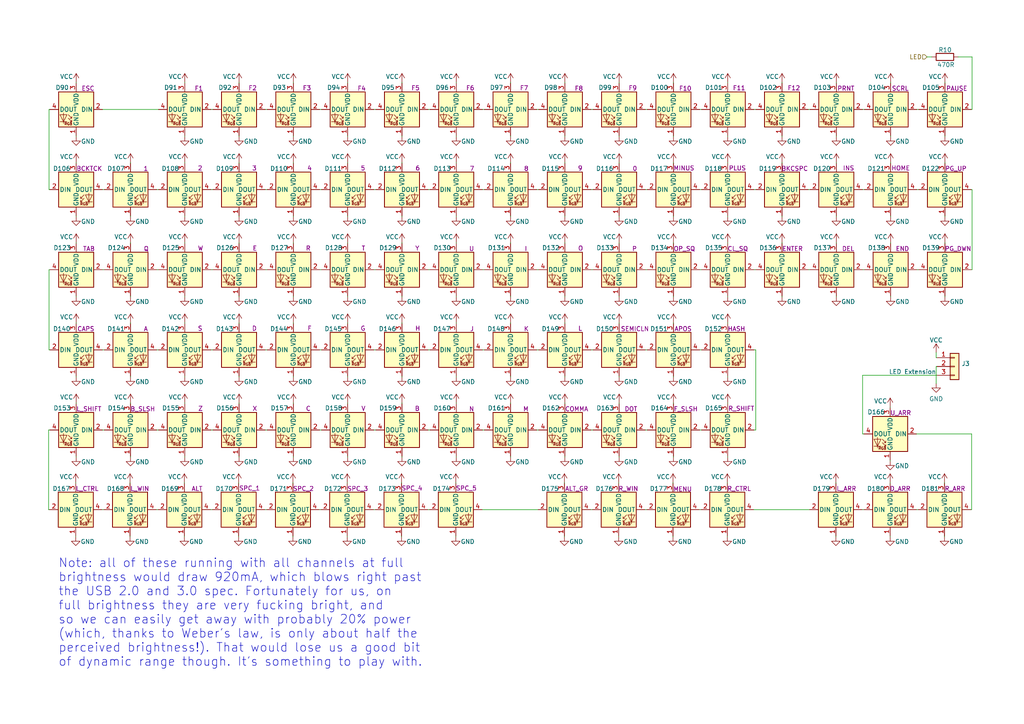
<source format=kicad_sch>
(kicad_sch (version 20211123) (generator eeschema)
  (paper "A4")
  (wire (pts (xy 250.19 108.839) (xy 250.19 125.857)))
  (wire (pts (xy 139.954 124.714) (xy 140.462 124.714)))
  (wire (pts (xy 61.214 101.473) (xy 61.722 101.473)))
  (wire (pts (xy 271.78 103.759) (xy 271.526 103.759)))
  (wire (pts (xy 76.962 78.232) (xy 77.47 78.232)))
  (wire (pts (xy 163.703 139.954) (xy 163.703 140.208)))
  (wire (pts (xy 148.082 109.093) (xy 148.082 109.347)))
  (wire (pts (xy 281.686 54.991) (xy 281.94 54.991)))
  (wire (pts (xy 100.838 47.117) (xy 100.838 47.371)))
  (wire (pts (xy 171.323 147.828) (xy 171.831 147.828)))
  (wire (pts (xy 218.567 147.828) (xy 234.823 147.828)))
  (wire (pts (xy 226.822 23.876) (xy 226.822 24.13)))
  (wire (pts (xy 265.938 31.75) (xy 266.446 31.75)))
  (wire (pts (xy 179.578 85.852) (xy 179.578 86.106)))
  (wire (pts (xy 124.079 147.828) (xy 124.587 147.828)))
  (wire (pts (xy 242.443 155.448) (xy 242.443 155.702)))
  (wire (pts (xy 242.57 47.117) (xy 242.57 47.371)))
  (wire (pts (xy 148.082 85.852) (xy 148.082 86.106)))
  (wire (pts (xy 37.846 109.093) (xy 37.846 109.347)))
  (wire (pts (xy 187.198 101.473) (xy 187.706 101.473)))
  (wire (pts (xy 69.342 132.334) (xy 69.342 132.588)))
  (wire (pts (xy 116.586 47.117) (xy 116.586 47.371)))
  (wire (pts (xy 242.57 85.852) (xy 242.57 86.106)))
  (wire (pts (xy 108.458 101.473) (xy 108.966 101.473)))
  (wire (pts (xy 155.702 101.473) (xy 156.21 101.473)))
  (wire (pts (xy 187.198 54.991) (xy 187.706 54.991)))
  (wire (pts (xy 187.198 124.714) (xy 187.706 124.714)))
  (wire (pts (xy 218.694 31.75) (xy 219.202 31.75)))
  (wire (pts (xy 29.591 147.828) (xy 30.099 147.828)))
  (wire (pts (xy 195.326 93.599) (xy 195.326 93.853)))
  (wire (pts (xy 116.586 109.093) (xy 116.586 109.347)))
  (wire (pts (xy 100.838 39.37) (xy 100.838 39.624)))
  (wire (pts (xy 271.526 102.235) (xy 271.526 103.759)))
  (wire (pts (xy 179.451 155.448) (xy 179.451 155.702)))
  (wire (pts (xy 14.224 78.232) (xy 14.478 78.232)))
  (wire (pts (xy 108.458 54.991) (xy 108.966 54.991)))
  (wire (pts (xy 85.09 93.599) (xy 85.09 93.853)))
  (wire (pts (xy 14.351 147.828) (xy 14.097 147.828)))
  (wire (pts (xy 163.83 85.852) (xy 163.83 86.106)))
  (wire (pts (xy 202.946 31.75) (xy 203.454 31.75)))
  (wire (pts (xy 171.45 78.232) (xy 171.958 78.232)))
  (wire (pts (xy 69.342 39.37) (xy 69.342 39.624)))
  (wire (pts (xy 179.578 47.117) (xy 179.578 47.371)))
  (wire (pts (xy 37.719 155.448) (xy 37.719 155.702)))
  (wire (pts (xy 281.94 31.75) (xy 281.686 31.75)))
  (wire (pts (xy 84.963 155.448) (xy 84.963 155.702)))
  (wire (pts (xy 273.939 155.448) (xy 273.939 155.702)))
  (wire (pts (xy 163.703 155.448) (xy 163.703 155.702)))
  (wire (pts (xy 85.09 47.117) (xy 85.09 47.371)))
  (wire (pts (xy 218.694 54.991) (xy 219.202 54.991)))
  (wire (pts (xy 22.098 85.852) (xy 22.098 86.106)))
  (wire (pts (xy 85.09 70.358) (xy 85.09 70.612)))
  (wire (pts (xy 124.206 31.75) (xy 124.714 31.75)))
  (wire (pts (xy 132.334 93.599) (xy 132.334 93.853)))
  (wire (pts (xy 139.827 147.828) (xy 156.083 147.828)))
  (wire (pts (xy 45.466 101.473) (xy 45.974 101.473)))
  (wire (pts (xy 37.846 70.358) (xy 37.846 70.612)))
  (wire (pts (xy 171.45 124.714) (xy 171.958 124.714)))
  (wire (pts (xy 76.962 101.473) (xy 77.47 101.473)))
  (wire (pts (xy 132.334 132.334) (xy 132.334 132.588)))
  (wire (pts (xy 281.94 78.232) (xy 281.686 78.232)))
  (wire (pts (xy 22.098 62.611) (xy 22.098 62.865)))
  (wire (pts (xy 187.198 78.232) (xy 187.706 78.232)))
  (wire (pts (xy 179.578 109.093) (xy 179.578 109.347)))
  (wire (pts (xy 53.594 93.599) (xy 53.594 93.853)))
  (wire (pts (xy 187.071 147.828) (xy 187.579 147.828)))
  (wire (pts (xy 100.711 139.954) (xy 100.711 140.208)))
  (wire (pts (xy 37.846 85.852) (xy 37.846 86.106)))
  (wire (pts (xy 195.326 47.117) (xy 195.326 47.371)))
  (wire (pts (xy 274.066 62.611) (xy 274.066 62.865)))
  (wire (pts (xy 242.57 39.37) (xy 242.57 39.624)))
  (wire (pts (xy 148.082 47.117) (xy 148.082 47.371)))
  (wire (pts (xy 274.066 47.117) (xy 274.066 47.371)))
  (wire (pts (xy 155.702 31.75) (xy 156.21 31.75)))
  (wire (pts (xy 53.594 116.84) (xy 53.594 117.094)))
  (wire (pts (xy 108.458 124.714) (xy 108.966 124.714)))
  (wire (pts (xy 250.19 108.839) (xy 271.78 108.839)))
  (wire (pts (xy 179.578 132.334) (xy 179.578 132.588)))
  (wire (pts (xy 163.83 116.84) (xy 163.83 117.094)))
  (wire (pts (xy 148.082 116.84) (xy 148.082 117.094)))
  (wire (pts (xy 195.326 85.852) (xy 195.326 86.106)))
  (wire (pts (xy 92.71 124.714) (xy 93.218 124.714)))
  (wire (pts (xy 132.334 62.611) (xy 132.334 62.865)))
  (wire (pts (xy 195.326 62.611) (xy 195.326 62.865)))
  (wire (pts (xy 61.087 147.828) (xy 61.595 147.828)))
  (wire (pts (xy 69.342 47.117) (xy 69.342 47.371)))
  (wire (pts (xy 85.09 109.093) (xy 85.09 109.347)))
  (wire (pts (xy 69.215 155.448) (xy 69.215 155.702)))
  (wire (pts (xy 92.71 31.75) (xy 93.218 31.75)))
  (wire (pts (xy 124.206 78.232) (xy 124.714 78.232)))
  (wire (pts (xy 116.459 139.954) (xy 116.459 140.208)))
  (wire (pts (xy 100.838 23.876) (xy 100.838 24.13)))
  (wire (pts (xy 148.082 39.37) (xy 148.082 39.624)))
  (wire (pts (xy 250.19 78.232) (xy 250.698 78.232)))
  (wire (pts (xy 195.326 70.358) (xy 195.326 70.612)))
  (wire (pts (xy 14.224 31.75) (xy 14.478 31.75)))
  (wire (pts (xy 53.594 132.334) (xy 53.594 132.588)))
  (wire (pts (xy 226.822 62.611) (xy 226.822 62.865)))
  (wire (pts (xy 148.082 93.599) (xy 148.082 93.853)))
  (wire (pts (xy 69.342 109.093) (xy 69.342 109.347)))
  (wire (pts (xy 124.206 124.714) (xy 124.714 124.714)))
  (wire (pts (xy 163.83 23.876) (xy 163.83 24.13)))
  (wire (pts (xy 29.718 124.714) (xy 30.226 124.714)))
  (wire (pts (xy 29.718 31.75) (xy 45.974 31.75)))
  (wire (pts (xy 76.962 31.75) (xy 77.47 31.75)))
  (wire (pts (xy 268.859 16.51) (xy 270.256 16.51)))
  (wire (pts (xy 234.442 78.232) (xy 234.95 78.232)))
  (wire (pts (xy 226.822 70.358) (xy 226.822 70.612)))
  (wire (pts (xy 116.586 93.599) (xy 116.586 93.853)))
  (wire (pts (xy 218.694 78.232) (xy 219.202 78.232)))
  (wire (pts (xy 21.971 139.954) (xy 21.971 140.208)))
  (wire (pts (xy 100.838 62.611) (xy 100.838 62.865)))
  (wire (pts (xy 242.443 139.954) (xy 242.443 140.208)))
  (wire (pts (xy 234.442 54.991) (xy 234.95 54.991)))
  (wire (pts (xy 211.074 70.358) (xy 211.074 70.612)))
  (wire (pts (xy 53.467 139.954) (xy 53.467 140.208)))
  (wire (pts (xy 195.326 109.093) (xy 195.326 109.347)))
  (wire (pts (xy 45.339 147.828) (xy 45.847 147.828)))
  (wire (pts (xy 242.57 70.358) (xy 242.57 70.612)))
  (wire (pts (xy 195.326 132.334) (xy 195.326 132.588)))
  (wire (pts (xy 76.962 54.991) (xy 77.47 54.991)))
  (wire (pts (xy 14.224 54.991) (xy 14.224 31.75)))
  (wire (pts (xy 195.199 155.448) (xy 195.199 155.702)))
  (wire (pts (xy 258.318 62.611) (xy 258.318 62.865)))
  (wire (pts (xy 202.946 101.473) (xy 203.454 101.473)))
  (wire (pts (xy 37.846 93.599) (xy 37.846 93.853)))
  (wire (pts (xy 100.838 70.358) (xy 100.838 70.612)))
  (wire (pts (xy 202.946 54.991) (xy 203.454 54.991)))
  (wire (pts (xy 226.822 85.852) (xy 226.822 86.106)))
  (wire (pts (xy 211.074 85.852) (xy 211.074 86.106)))
  (wire (pts (xy 69.342 62.611) (xy 69.342 62.865)))
  (wire (pts (xy 274.066 70.358) (xy 274.066 70.612)))
  (wire (pts (xy 45.466 124.714) (xy 45.974 124.714)))
  (wire (pts (xy 163.83 93.599) (xy 163.83 93.853)))
  (wire (pts (xy 163.83 47.117) (xy 163.83 47.371)))
  (wire (pts (xy 76.835 147.828) (xy 77.343 147.828)))
  (wire (pts (xy 274.066 85.852) (xy 274.066 86.106)))
  (wire (pts (xy 219.202 101.473) (xy 219.202 124.714)))
  (wire (pts (xy 22.098 70.358) (xy 22.098 70.612)))
  (wire (pts (xy 179.451 139.954) (xy 179.451 140.208)))
  (wire (pts (xy 45.466 78.232) (xy 45.974 78.232)))
  (wire (pts (xy 116.586 39.37) (xy 116.586 39.624)))
  (wire (pts (xy 92.71 101.473) (xy 93.218 101.473)))
  (wire (pts (xy 171.45 31.75) (xy 171.958 31.75)))
  (wire (pts (xy 100.711 155.448) (xy 100.711 155.702)))
  (wire (pts (xy 234.442 31.75) (xy 234.95 31.75)))
  (wire (pts (xy 258.191 139.954) (xy 258.191 140.208)))
  (wire (pts (xy 274.066 39.37) (xy 274.066 39.624)))
  (wire (pts (xy 37.846 132.334) (xy 37.846 132.588)))
  (wire (pts (xy 132.334 23.876) (xy 132.334 24.13)))
  (wire (pts (xy 211.074 39.37) (xy 211.074 39.624)))
  (wire (pts (xy 218.694 101.473) (xy 219.202 101.473)))
  (wire (pts (xy 92.71 78.232) (xy 93.218 78.232)))
  (wire (pts (xy 100.838 116.84) (xy 100.838 117.094)))
  (wire (pts (xy 163.83 70.358) (xy 163.83 70.612)))
  (wire (pts (xy 171.45 101.473) (xy 171.958 101.473)))
  (wire (pts (xy 195.326 39.37) (xy 195.326 39.624)))
  (wire (pts (xy 69.342 93.599) (xy 69.342 93.853)))
  (wire (pts (xy 61.214 31.75) (xy 61.722 31.75)))
  (wire (pts (xy 139.954 78.232) (xy 140.462 78.232)))
  (wire (pts (xy 273.939 139.954) (xy 273.939 140.208)))
  (wire (pts (xy 85.09 62.611) (xy 85.09 62.865)))
  (wire (pts (xy 100.838 132.334) (xy 100.838 132.588)))
  (wire (pts (xy 202.819 147.828) (xy 203.327 147.828)))
  (wire (pts (xy 265.811 147.828) (xy 266.319 147.828)))
  (wire (pts (xy 132.334 109.093) (xy 132.334 109.347)))
  (wire (pts (xy 179.578 116.84) (xy 179.578 117.094)))
  (wire (pts (xy 69.215 139.954) (xy 69.215 140.208)))
  (wire (pts (xy 139.954 31.75) (xy 140.462 31.75)))
  (wire (pts (xy 258.318 47.117) (xy 258.318 47.371)))
  (wire (pts (xy 69.342 116.84) (xy 69.342 117.094)))
  (wire (pts (xy 258.191 117.983) (xy 258.191 118.237)))
  (wire (pts (xy 258.318 85.852) (xy 258.318 86.106)))
  (wire (pts (xy 148.082 132.334) (xy 148.082 132.588)))
  (wire (pts (xy 281.94 54.991) (xy 281.94 78.232)))
  (wire (pts (xy 195.326 23.876) (xy 195.326 24.13)))
  (wire (pts (xy 226.822 39.37) (xy 226.822 39.624)))
  (wire (pts (xy 84.963 139.954) (xy 84.963 140.208)))
  (wire (pts (xy 195.199 139.954) (xy 195.199 140.208)))
  (wire (pts (xy 22.098 93.599) (xy 22.098 93.853)))
  (wire (pts (xy 132.334 85.852) (xy 132.334 86.106)))
  (wire (pts (xy 155.702 54.991) (xy 156.21 54.991)))
  (wire (pts (xy 132.207 139.954) (xy 132.207 140.208)))
  (wire (pts (xy 116.459 155.448) (xy 116.459 155.702)))
  (wire (pts (xy 124.206 54.991) (xy 124.714 54.991)))
  (wire (pts (xy 163.83 62.611) (xy 163.83 62.865)))
  (wire (pts (xy 258.318 23.876) (xy 258.318 24.13)))
  (wire (pts (xy 202.946 124.714) (xy 203.454 124.714)))
  (wire (pts (xy 132.334 70.358) (xy 132.334 70.612)))
  (wire (pts (xy 250.19 54.991) (xy 250.698 54.991)))
  (wire (pts (xy 258.191 155.448) (xy 258.191 155.702)))
  (wire (pts (xy 85.09 132.334) (xy 85.09 132.588)))
  (wire (pts (xy 211.074 47.117) (xy 211.074 47.371)))
  (wire (pts (xy 53.594 47.117) (xy 53.594 47.371)))
  (wire (pts (xy 22.098 109.093) (xy 22.098 109.347)))
  (wire (pts (xy 22.098 23.876) (xy 22.098 24.13)))
  (wire (pts (xy 271.526 106.299) (xy 271.526 111.252)))
  (wire (pts (xy 61.214 124.714) (xy 61.722 124.714)))
  (wire (pts (xy 21.971 155.448) (xy 21.971 155.702)))
  (wire (pts (xy 258.191 133.477) (xy 258.191 133.731)))
  (wire (pts (xy 210.947 139.954) (xy 210.947 140.208)))
  (wire (pts (xy 179.578 93.599) (xy 179.578 93.853)))
  (wire (pts (xy 85.09 23.876) (xy 85.09 24.13)))
  (wire (pts (xy 37.719 139.954) (xy 37.719 140.208)))
  (wire (pts (xy 14.478 54.991) (xy 14.224 54.991)))
  (wire (pts (xy 92.583 147.828) (xy 93.091 147.828)))
  (wire (pts (xy 250.063 147.828) (xy 250.571 147.828)))
  (wire (pts (xy 85.09 39.37) (xy 85.09 39.624)))
  (wire (pts (xy 37.846 116.84) (xy 37.846 117.094)))
  (wire (pts (xy 14.097 147.828) (xy 14.097 124.714)))
  (wire (pts (xy 116.586 116.84) (xy 116.586 117.094)))
  (wire (pts (xy 195.326 116.84) (xy 195.326 117.094)))
  (wire (pts (xy 92.71 54.991) (xy 93.218 54.991)))
  (wire (pts (xy 171.45 54.991) (xy 171.958 54.991)))
  (wire (pts (xy 132.334 39.37) (xy 132.334 39.624)))
  (wire (pts (xy 22.098 47.117) (xy 22.098 47.371)))
  (wire (pts (xy 187.198 31.75) (xy 187.706 31.75)))
  (wire (pts (xy 210.947 155.448) (xy 210.947 155.702)))
  (wire (pts (xy 37.846 62.611) (xy 37.846 62.865)))
  (wire (pts (xy 155.702 78.232) (xy 156.21 78.232)))
  (wire (pts (xy 61.214 78.232) (xy 61.722 78.232)))
  (wire (pts (xy 148.082 70.358) (xy 148.082 70.612)))
  (wire (pts (xy 258.318 39.37) (xy 258.318 39.624)))
  (wire (pts (xy 14.478 101.473) (xy 14.224 101.473)))
  (wire (pts (xy 14.097 124.714) (xy 14.478 124.714)))
  (wire (pts (xy 108.458 31.75) (xy 108.966 31.75)))
  (wire (pts (xy 148.082 23.876) (xy 148.082 24.13)))
  (wire (pts (xy 281.559 147.828) (xy 281.813 147.828)))
  (wire (pts (xy 69.342 23.876) (xy 69.342 24.13)))
  (wire (pts (xy 148.082 62.611) (xy 148.082 62.865)))
  (wire (pts (xy 29.718 101.473) (xy 30.226 101.473)))
  (wire (pts (xy 61.214 54.991) (xy 61.722 54.991)))
  (wire (pts (xy 53.467 155.448) (xy 53.467 155.702)))
  (wire (pts (xy 250.19 31.75) (xy 250.698 31.75)))
  (wire (pts (xy 211.074 62.611) (xy 211.074 62.865)))
  (wire (pts (xy 265.938 54.991) (xy 266.446 54.991)))
  (wire (pts (xy 53.594 70.358) (xy 53.594 70.612)))
  (wire (pts (xy 265.811 125.857) (xy 281.813 125.857)))
  (wire (pts (xy 53.594 62.611) (xy 53.594 62.865)))
  (wire (pts (xy 69.342 85.852) (xy 69.342 86.106)))
  (wire (pts (xy 108.458 78.232) (xy 108.966 78.232)))
  (wire (pts (xy 250.19 125.857) (xy 250.571 125.857)))
  (wire (pts (xy 116.586 85.852) (xy 116.586 86.106)))
  (wire (pts (xy 277.876 16.51) (xy 281.94 16.51)))
  (wire (pts (xy 37.846 47.117) (xy 37.846 47.371)))
  (wire (pts (xy 116.586 132.334) (xy 116.586 132.588)))
  (wire (pts (xy 163.83 109.093) (xy 163.83 109.347)))
  (wire (pts (xy 281.94 16.51) (xy 281.94 31.75)))
  (wire (pts (xy 53.594 109.093) (xy 53.594 109.347)))
  (wire (pts (xy 218.694 124.714) (xy 219.202 124.714)))
  (wire (pts (xy 22.098 116.84) (xy 22.098 117.094)))
  (wire (pts (xy 116.586 62.611) (xy 116.586 62.865)))
  (wire (pts (xy 163.83 132.334) (xy 163.83 132.588)))
  (wire (pts (xy 211.074 116.84) (xy 211.074 117.094)))
  (wire (pts (xy 139.954 54.991) (xy 140.462 54.991)))
  (wire (pts (xy 29.718 78.232) (xy 30.226 78.232)))
  (wire (pts (xy 100.838 109.093) (xy 100.838 109.347)))
  (wire (pts (xy 155.702 124.714) (xy 156.21 124.714)))
  (wire (pts (xy 53.594 23.876) (xy 53.594 24.13)))
  (wire (pts (xy 100.838 85.852) (xy 100.838 86.106)))
  (wire (pts (xy 211.074 23.876) (xy 211.074 24.13)))
  (wire (pts (xy 14.224 101.473) (xy 14.224 78.232)))
  (wire (pts (xy 53.594 39.37) (xy 53.594 39.624)))
  (wire (pts (xy 211.074 132.334) (xy 211.074 132.588)))
  (wire (pts (xy 274.066 23.876) (xy 274.066 24.13)))
  (wire (pts (xy 45.466 54.991) (xy 45.974 54.991)))
  (wire (pts (xy 265.938 78.232) (xy 266.446 78.232)))
  (wire (pts (xy 116.586 70.358) (xy 116.586 70.612)))
  (wire (pts (xy 179.578 70.358) (xy 179.578 70.612)))
  (wire (pts (xy 179.578 23.876) (xy 179.578 24.13)))
  (wire (pts (xy 76.962 124.714) (xy 77.47 124.714)))
  (wire (pts (xy 22.098 132.334) (xy 22.098 132.588)))
  (wire (pts (xy 53.594 85.852) (xy 53.594 86.106)))
  (wire (pts (xy 242.57 23.876) (xy 242.57 24.13)))
  (wire (pts (xy 132.207 155.448) (xy 132.207 155.702)))
  (wire (pts (xy 211.074 109.093) (xy 211.074 109.347)))
  (wire (pts (xy 22.098 39.37) (xy 22.098 39.624)))
  (wire (pts (xy 132.334 47.117) (xy 132.334 47.371)))
  (wire (pts (xy 85.09 116.84) (xy 85.09 117.094)))
  (wire (pts (xy 124.206 101.473) (xy 124.714 101.473)))
  (wire (pts (xy 85.09 85.852) (xy 85.09 86.106)))
  (wire (pts (xy 271.78 106.299) (xy 271.526 106.299)))
  (wire (pts (xy 179.578 39.37) (xy 179.578 39.624)))
  (wire (pts (xy 163.83 39.37) (xy 163.83 39.624)))
  (wire (pts (xy 202.946 78.232) (xy 203.454 78.232)))
  (wire (pts (xy 69.342 70.358) (xy 69.342 70.612)))
  (wire (pts (xy 281.813 125.857) (xy 281.813 147.828)))
  (wire (pts (xy 226.822 47.117) (xy 226.822 47.371)))
  (wire (pts (xy 132.334 116.84) (xy 132.334 117.094)))
  (wire (pts (xy 211.074 93.599) (xy 211.074 93.853)))
  (wire (pts (xy 29.718 54.991) (xy 30.226 54.991)))
  (wire (pts (xy 139.954 101.473) (xy 140.462 101.473)))
  (wire (pts (xy 100.838 93.599) (xy 100.838 93.853)))
  (wire (pts (xy 116.586 23.876) (xy 116.586 24.13)))
  (wire (pts (xy 242.57 62.611) (xy 242.57 62.865)))
  (wire (pts (xy 108.331 147.828) (xy 108.839 147.828)))
  (wire (pts (xy 179.578 62.611) (xy 179.578 62.865)))
  (wire (pts (xy 258.318 70.358) (xy 258.318 70.612)))
  (text "Note: all of these running with all channels at full \nbrightness would draw 920mA, which blows right past\nthe USB 2.0 and 3.0 spec. Fortunately for us, on \nfull brightness they are very fucking bright, and\nso we can easily get away with probably 20% power\n(which, thanks to Weber's law, is only about half the\nperceived brightness!). That would lose us a good bit\nof dynamic range though. It's something to play with." (at 16.891 193.548 0) (effects (font (size 2.54 2.54)) (justify left bottom)))
  (hierarchical_label "LED" (shape input) (at 268.859 16.51 180))
  (symbol (lib_id "power:VCC") (at 258.191 139.954 0) (unit 1)
    (property "Reference" "#PWR0187" (effects hide))
    (property "Value" "VCC" (at 255.397 138.303 0))
  )
  (symbol (lib_id "power:VCC") (at 273.939 139.954 0) (unit 1)
    (property "Reference" "#PWR0188" (effects hide))
    (property "Value" "VCC" (at 271.145 138.303 0))
  )
  (symbol (lib_id "Custom:SK6803MINI-E") (at 69.342 101.473 0) (unit 1)
    (property "Reference" "D143" (at 65.151 95.377 0))
    (property "Value" "SK6803MINI-E" (effects hide))
    (property "Footprint" "Custom:SK6803MINI-E_Bottom_Up" (effects hide))
    (property "Datasheet" "http://www.normandled.com/upload/202107/SK6803MINI-E%20LED%20Datasheet.pdf" (effects hide))
    (property "Key" "D" (at 73.787 95.25 0))
  )
  (symbol (lib_id "Custom:SK6803MINI-E") (at 179.578 101.473 0) (unit 1)
    (property "Reference" "D150" (at 175.387 95.377 0))
    (property "Value" "SK6803MINI-E" (effects hide))
    (property "Footprint" "Custom:SK6803MINI-E_Bottom_Up" (effects hide))
    (property "Datasheet" "http://www.normandled.com/upload/202107/SK6803MINI-E%20LED%20Datasheet.pdf" (effects hide))
    (property "Key" "SEMICLN" (at 184.15 95.377 0))
  )
  (symbol (lib_id "power:VCC") (at 22.098 93.599 0) (unit 1)
    (property "Reference" "#PWR0118" (effects hide))
    (property "Value" "VCC" (at 19.304 91.948 0))
  )
  (symbol (lib_id "power:VCC") (at 37.846 47.117 0) (unit 1)
    (property "Reference" "#PWR051" (effects hide))
    (property "Value" "VCC" (at 35.052 45.466 0))
  )
  (symbol (lib_id "power:VCC") (at 85.09 23.876 0) (unit 1)
    (property "Reference" "#PWR021" (effects hide))
    (property "Value" "VCC" (at 82.296 22.225 0))
  )
  (symbol (lib_id "Custom:SK6803MINI-E") (at 211.074 78.232 0) (mirror y) (unit 1)
    (property "Reference" "D135" (at 207.01 71.882 0))
    (property "Value" "SK6803MINI-E" (effects hide))
    (property "Footprint" "Custom:SK6803MINI-E_Bottom_Up" (effects hide))
    (property "Datasheet" "http://www.normandled.com/upload/202107/SK6803MINI-E%20LED%20Datasheet.pdf" (effects hide))
    (property "Key" "CL_SQ" (at 213.995 72.136 0))
  )
  (symbol (lib_id "power:VCC") (at 148.082 70.358 0) (unit 1)
    (property "Reference" "#PWR092" (effects hide))
    (property "Value" "VCC" (at 145.288 68.707 0))
  )
  (symbol (lib_id "Custom:SK6803MINI-E") (at 37.846 54.991 0) (unit 1)
    (property "Reference" "D107" (at 33.655 48.895 0))
    (property "Value" "SK6803MINI-E" (effects hide))
    (property "Footprint" "Custom:SK6803MINI-E_Bottom_Up" (effects hide))
    (property "Datasheet" "http://www.normandled.com/upload/202107/SK6803MINI-E%20LED%20Datasheet.pdf" (effects hide))
    (property "Key" "1" (at 42.291 48.895 0))
  )
  (symbol (lib_id "power:GND") (at 163.83 86.106 0) (unit 1)
    (property "Reference" "#PWR0110" (effects hide))
    (property "Value" "GND" (at 167.259 87.503 0))
  )
  (symbol (lib_id "power:VCC") (at 148.082 116.84 0) (unit 1)
    (property "Reference" "#PWR0154" (effects hide))
    (property "Value" "VCC" (at 145.288 115.189 0))
  )
  (symbol (lib_id "Custom:SK6803MINI-E") (at 148.082 78.232 0) (mirror y) (unit 1)
    (property "Reference" "D131" (at 144.018 71.882 0))
    (property "Value" "SK6803MINI-E" (effects hide))
    (property "Footprint" "Custom:SK6803MINI-E_Bottom_Up" (effects hide))
    (property "Datasheet" "http://www.normandled.com/upload/202107/SK6803MINI-E%20LED%20Datasheet.pdf" (effects hide))
    (property "Key" "I" (at 152.527 72.136 0))
  )
  (symbol (lib_id "power:VCC") (at 274.066 23.876 0) (unit 1)
    (property "Reference" "#PWR033" (effects hide))
    (property "Value" "VCC" (at 271.272 22.225 0))
  )
  (symbol (lib_id "Custom:SK6803MINI-E") (at 211.074 31.75 0) (mirror y) (unit 1)
    (property "Reference" "D101" (at 207.01 25.4 0))
    (property "Value" "SK6803MINI-E" (effects hide))
    (property "Footprint" "Custom:SK6803MINI-E_Bottom_Up" (effects hide))
    (property "Datasheet" "http://www.normandled.com/upload/202107/SK6803MINI-E%20LED%20Datasheet.pdf" (effects hide))
    (property "Key" "F11" (at 214.376 25.527 0))
  )
  (symbol (lib_id "Custom:SK6803MINI-E") (at 85.09 78.232 0) (mirror y) (unit 1)
    (property "Reference" "D127" (at 81.026 71.882 0))
    (property "Value" "SK6803MINI-E" (effects hide))
    (property "Footprint" "Custom:SK6803MINI-E_Bottom_Up" (effects hide))
    (property "Datasheet" "http://www.normandled.com/upload/202107/SK6803MINI-E%20LED%20Datasheet.pdf" (effects hide))
    (property "Key" "R" (at 89.408 72.009 0))
  )
  (symbol (lib_id "power:VCC") (at 69.342 47.117 0) (unit 1)
    (property "Reference" "#PWR053" (effects hide))
    (property "Value" "VCC" (at 66.548 45.466 0))
  )
  (symbol (lib_id "power:GND") (at 85.09 62.865 0) (unit 1)
    (property "Reference" "#PWR071" (effects hide))
    (property "Value" "GND" (at 88.519 64.262 0))
  )
  (symbol (lib_id "Custom:SK6803MINI-E") (at 258.191 125.857 0) (mirror y) (unit 1)
    (property "Reference" "D166" (at 254.127 119.507 0))
    (property "Value" "SK6803MINI-E" (effects hide))
    (property "Footprint" "Custom:SK6803MINI-E_Bottom_Up" (effects hide))
    (property "Datasheet" "http://www.normandled.com/upload/202107/SK6803MINI-E%20LED%20Datasheet.pdf" (effects hide))
    (property "Key" "U_ARR" (at 261.239 119.761 0))
  )
  (symbol (lib_id "power:GND") (at 163.83 132.588 0) (unit 1)
    (property "Reference" "#PWR0169" (effects hide))
    (property "Value" "GND" (at 167.259 133.985 0))
  )
  (symbol (lib_id "power:VCC") (at 100.838 23.876 0) (unit 1)
    (property "Reference" "#PWR022" (effects hide))
    (property "Value" "VCC" (at 98.044 22.225 0))
  )
  (symbol (lib_id "power:GND") (at 132.334 86.106 0) (unit 1)
    (property "Reference" "#PWR0108" (effects hide))
    (property "Value" "GND" (at 135.763 87.503 0))
  )
  (symbol (lib_id "power:VCC") (at 100.838 47.117 0) (unit 1)
    (property "Reference" "#PWR055" (effects hide))
    (property "Value" "VCC" (at 98.044 45.466 0))
  )
  (symbol (lib_id "power:GND") (at 148.082 62.865 0) (unit 1)
    (property "Reference" "#PWR075" (effects hide))
    (property "Value" "GND" (at 151.511 64.262 0))
  )
  (symbol (lib_id "power:VCC") (at 226.822 47.117 0) (unit 1)
    (property "Reference" "#PWR063" (effects hide))
    (property "Value" "VCC" (at 224.028 45.466 0))
  )
  (symbol (lib_id "power:GND") (at 21.971 155.702 0) (unit 1)
    (property "Reference" "#PWR0189" (effects hide))
    (property "Value" "GND" (at 25.4 157.099 0))
  )
  (symbol (lib_id "power:VCC") (at 211.074 93.599 0) (unit 1)
    (property "Reference" "#PWR0130" (effects hide))
    (property "Value" "VCC" (at 208.28 91.948 0))
  )
  (symbol (lib_id "Custom:SK6803MINI-E") (at 163.83 31.75 0) (mirror y) (unit 1)
    (property "Reference" "D98" (at 159.766 25.4 0))
    (property "Value" "SK6803MINI-E" (effects hide))
    (property "Footprint" "Custom:SK6803MINI-E_Bottom_Up" (effects hide))
    (property "Datasheet" "http://www.normandled.com/upload/202107/SK6803MINI-E%20LED%20Datasheet.pdf" (effects hide))
    (property "Key" "F8" (at 167.894 25.654 0))
  )
  (symbol (lib_id "Custom:SK6803MINI-E") (at 100.838 54.991 0) (unit 1)
    (property "Reference" "D111" (at 96.647 48.895 0))
    (property "Value" "SK6803MINI-E" (effects hide))
    (property "Footprint" "Custom:SK6803MINI-E_Bottom_Up" (effects hide))
    (property "Datasheet" "http://www.normandled.com/upload/202107/SK6803MINI-E%20LED%20Datasheet.pdf" (effects hide))
    (property "Key" "5" (at 105.283 48.768 0))
  )
  (symbol (lib_id "power:GND") (at 116.586 132.588 0) (unit 1)
    (property "Reference" "#PWR0166" (effects hide))
    (property "Value" "GND" (at 120.015 133.985 0))
  )
  (symbol (lib_id "power:GND") (at 226.822 62.865 0) (unit 1)
    (property "Reference" "#PWR080" (effects hide))
    (property "Value" "GND" (at 230.251 64.262 0))
  )
  (symbol (lib_id "power:VCC") (at 84.963 139.954 0) (unit 1)
    (property "Reference" "#PWR0178" (effects hide))
    (property "Value" "VCC" (at 82.169 138.303 0))
  )
  (symbol (lib_id "Custom:SK6803MINI-E") (at 163.83 101.473 0) (unit 1)
    (property "Reference" "D149" (at 159.639 95.377 0))
    (property "Value" "SK6803MINI-E" (effects hide))
    (property "Footprint" "Custom:SK6803MINI-E_Bottom_Up" (effects hide))
    (property "Datasheet" "http://www.normandled.com/upload/202107/SK6803MINI-E%20LED%20Datasheet.pdf" (effects hide))
    (property "Key" "L" (at 168.275 95.25 0))
  )
  (symbol (lib_id "Custom:SK6803MINI-E") (at 148.082 101.473 0) (unit 1)
    (property "Reference" "D148" (at 143.891 95.377 0))
    (property "Value" "SK6803MINI-E" (effects hide))
    (property "Footprint" "Custom:SK6803MINI-E_Bottom_Up" (effects hide))
    (property "Datasheet" "http://www.normandled.com/upload/202107/SK6803MINI-E%20LED%20Datasheet.pdf" (effects hide))
    (property "Key" "K" (at 152.654 95.377 0))
  )
  (symbol (lib_id "power:VCC") (at 195.326 47.117 0) (unit 1)
    (property "Reference" "#PWR061" (effects hide))
    (property "Value" "VCC" (at 192.532 45.466 0))
  )
  (symbol (lib_id "Custom:SK6803MINI-E") (at 37.846 78.232 0) (mirror y) (unit 1)
    (property "Reference" "D124" (at 33.782 71.882 0))
    (property "Value" "SK6803MINI-E" (effects hide))
    (property "Footprint" "Custom:SK6803MINI-E_Bottom_Up" (effects hide))
    (property "Datasheet" "http://www.normandled.com/upload/202107/SK6803MINI-E%20LED%20Datasheet.pdf" (effects hide))
    (property "Key" "Q" (at 42.418 72.136 0))
  )
  (symbol (lib_id "power:VCC") (at 132.334 70.358 0) (unit 1)
    (property "Reference" "#PWR091" (effects hide))
    (property "Value" "VCC" (at 129.54 68.707 0))
  )
  (symbol (lib_id "power:GND") (at 85.09 109.347 0) (unit 1)
    (property "Reference" "#PWR0136" (effects hide))
    (property "Value" "GND" (at 88.519 110.744 0))
  )
  (symbol (lib_id "power:GND") (at 22.098 39.624 0) (unit 1)
    (property "Reference" "#PWR034" (effects hide))
    (property "Value" "GND" (at 25.527 41.021 0))
  )
  (symbol (lib_id "power:VCC") (at 148.082 47.117 0) (unit 1)
    (property "Reference" "#PWR058" (effects hide))
    (property "Value" "VCC" (at 145.288 45.466 0))
  )
  (symbol (lib_id "power:VCC") (at 69.342 116.84 0) (unit 1)
    (property "Reference" "#PWR0149" (effects hide))
    (property "Value" "VCC" (at 66.548 115.189 0))
  )
  (symbol (lib_id "Custom:SK6803MINI-E") (at 22.098 78.232 0) (mirror y) (unit 1)
    (property "Reference" "D123" (at 18.034 71.882 0))
    (property "Value" "SK6803MINI-E" (effects hide))
    (property "Footprint" "Custom:SK6803MINI-E_Bottom_Up" (effects hide))
    (property "Datasheet" "http://www.normandled.com/upload/202107/SK6803MINI-E%20LED%20Datasheet.pdf" (effects hide))
    (property "Key" "TAB" (at 25.781 72.136 0))
  )
  (symbol (lib_id "Custom:SK6803MINI-E") (at 116.459 147.828 0) (unit 1)
    (property "Reference" "D173" (at 112.268 141.732 0))
    (property "Value" "SK6803MINI-E" (effects hide))
    (property "Footprint" "Custom:SK6803MINI-E_Bottom_Up" (effects hide))
    (property "Datasheet" "http://www.normandled.com/upload/202107/SK6803MINI-E%20LED%20Datasheet.pdf" (effects hide))
    (property "Key" "SPC_4" (at 119.507 141.605 0))
  )
  (symbol (lib_id "Custom:SK6803MINI-E") (at 116.586 31.75 0) (mirror y) (unit 1)
    (property "Reference" "D95" (at 112.522 25.4 0))
    (property "Value" "SK6803MINI-E" (effects hide))
    (property "Footprint" "Custom:SK6803MINI-E_Bottom_Up" (effects hide))
    (property "Datasheet" "http://www.normandled.com/upload/202107/SK6803MINI-E%20LED%20Datasheet.pdf" (effects hide))
    (property "Key" "F5" (at 120.523 25.527 0))
  )
  (symbol (lib_id "power:VCC") (at 211.074 70.358 0) (unit 1)
    (property "Reference" "#PWR096" (effects hide))
    (property "Value" "VCC" (at 208.28 68.707 0))
  )
  (symbol (lib_id "power:GND") (at 37.846 132.588 0) (unit 1)
    (property "Reference" "#PWR0161" (effects hide))
    (property "Value" "GND" (at 41.275 133.985 0))
  )
  (symbol (lib_id "power:VCC") (at 210.947 139.954 0) (unit 1)
    (property "Reference" "#PWR0185" (effects hide))
    (property "Value" "VCC" (at 208.153 138.303 0))
  )
  (symbol (lib_id "power:VCC") (at 37.846 93.599 0) (unit 1)
    (property "Reference" "#PWR0119" (effects hide))
    (property "Value" "VCC" (at 35.052 91.948 0))
  )
  (symbol (lib_id "Custom:SK6803MINI-E") (at 226.822 31.75 0) (mirror y) (unit 1)
    (property "Reference" "D102" (at 222.758 25.4 0))
    (property "Value" "SK6803MINI-E" (effects hide))
    (property "Footprint" "Custom:SK6803MINI-E_Bottom_Up" (effects hide))
    (property "Datasheet" "http://www.normandled.com/upload/202107/SK6803MINI-E%20LED%20Datasheet.pdf" (effects hide))
    (property "Key" "F12" (at 230.251 25.527 0))
  )
  (symbol (lib_id "Custom:SK6803MINI-E") (at 22.098 54.991 0) (unit 1)
    (property "Reference" "D106" (at 17.907 48.895 0))
    (property "Value" "SK6803MINI-E" (effects hide))
    (property "Footprint" "Custom:SK6803MINI-E_Bottom_Up" (effects hide))
    (property "Datasheet" "http://www.normandled.com/upload/202107/SK6803MINI-E%20LED%20Datasheet.pdf" (effects hide))
    (property "Key" "BCKTCK" (at 25.908 48.895 0))
  )
  (symbol (lib_id "Custom:SK6803MINI-E") (at 53.594 31.75 0) (mirror y) (unit 1)
    (property "Reference" "D91" (at 49.53 25.4 0))
    (property "Value" "SK6803MINI-E" (effects hide))
    (property "Footprint" "Custom:SK6803MINI-E_Bottom_Up" (effects hide))
    (property "Datasheet" "http://www.normandled.com/upload/202107/SK6803MINI-E%20LED%20Datasheet.pdf" (effects hide))
    (property "Key" "F1" (at 57.658 25.654 0))
  )
  (symbol (lib_id "power:VCC") (at 69.342 93.599 0) (unit 1)
    (property "Reference" "#PWR0121" (effects hide))
    (property "Value" "VCC" (at 66.548 91.948 0))
  )
  (symbol (lib_id "power:VCC") (at 242.57 70.358 0) (unit 1)
    (property "Reference" "#PWR098" (effects hide))
    (property "Value" "VCC" (at 239.776 68.707 0))
  )
  (symbol (lib_id "Custom:SK6803MINI-E") (at 148.082 31.75 0) (mirror y) (unit 1)
    (property "Reference" "D97" (at 144.018 25.4 0))
    (property "Value" "SK6803MINI-E" (effects hide))
    (property "Footprint" "Custom:SK6803MINI-E_Bottom_Up" (effects hide))
    (property "Datasheet" "http://www.normandled.com/upload/202107/SK6803MINI-E%20LED%20Datasheet.pdf" (effects hide))
    (property "Key" "F7" (at 152.019 25.527 0))
  )
  (symbol (lib_id "Custom:SK6803MINI-E") (at 179.451 147.828 0) (unit 1)
    (property "Reference" "D176" (at 175.26 141.732 0))
    (property "Value" "SK6803MINI-E" (effects hide))
    (property "Footprint" "Custom:SK6803MINI-E_Bottom_Up" (effects hide))
    (property "Datasheet" "http://www.normandled.com/upload/202107/SK6803MINI-E%20LED%20Datasheet.pdf" (effects hide))
    (property "Key" "R_WIN" (at 182.245 141.732 0))
  )
  (symbol (lib_id "power:VCC") (at 258.318 23.876 0) (unit 1)
    (property "Reference" "#PWR032" (effects hide))
    (property "Value" "VCC" (at 255.524 22.225 0))
  )
  (symbol (lib_id "power:GND") (at 211.074 109.347 0) (unit 1)
    (property "Reference" "#PWR0144" (effects hide))
    (property "Value" "GND" (at 214.503 110.744 0))
  )
  (symbol (lib_id "power:VCC") (at 22.098 70.358 0) (unit 1)
    (property "Reference" "#PWR084" (effects hide))
    (property "Value" "VCC" (at 19.304 68.707 0))
  )
  (symbol (lib_id "power:VCC") (at 69.342 70.358 0) (unit 1)
    (property "Reference" "#PWR087" (effects hide))
    (property "Value" "VCC" (at 66.548 68.707 0))
  )
  (symbol (lib_id "power:VCC") (at 163.703 139.954 0) (unit 1)
    (property "Reference" "#PWR0182" (effects hide))
    (property "Value" "VCC" (at 160.909 138.303 0))
  )
  (symbol (lib_id "power:GND") (at 195.326 39.624 0) (unit 1)
    (property "Reference" "#PWR044" (effects hide))
    (property "Value" "GND" (at 198.755 41.021 0))
  )
  (symbol (lib_id "power:GND") (at 195.326 132.588 0) (unit 1)
    (property "Reference" "#PWR0171" (effects hide))
    (property "Value" "GND" (at 198.755 133.985 0))
  )
  (symbol (lib_id "Custom:SK6803MINI-E") (at 211.074 54.991 0) (unit 1)
    (property "Reference" "D118" (at 206.883 48.895 0))
    (property "Value" "SK6803MINI-E" (effects hide))
    (property "Footprint" "Custom:SK6803MINI-E_Bottom_Up" (effects hide))
    (property "Datasheet" "http://www.normandled.com/upload/202107/SK6803MINI-E%20LED%20Datasheet.pdf" (effects hide))
    (property "Key" "PLUS" (at 213.868 48.768 0))
  )
  (symbol (lib_id "power:GND") (at 195.326 109.347 0) (unit 1)
    (property "Reference" "#PWR0143" (effects hide))
    (property "Value" "GND" (at 198.755 110.744 0))
  )
  (symbol (lib_id "power:GND") (at 258.318 62.865 0) (unit 1)
    (property "Reference" "#PWR082" (effects hide))
    (property "Value" "GND" (at 261.747 64.262 0))
  )
  (symbol (lib_id "power:GND") (at 132.334 39.624 0) (unit 1)
    (property "Reference" "#PWR040" (effects hide))
    (property "Value" "GND" (at 135.763 41.021 0))
  )
  (symbol (lib_id "power:GND") (at 258.318 86.106 0) (unit 1)
    (property "Reference" "#PWR0116" (effects hide))
    (property "Value" "GND" (at 261.747 87.503 0))
  )
  (symbol (lib_id "power:VCC") (at 179.451 139.954 0) (unit 1)
    (property "Reference" "#PWR0183" (effects hide))
    (property "Value" "VCC" (at 176.657 138.303 0))
  )
  (symbol (lib_id "power:VCC") (at 195.199 139.954 0) (unit 1)
    (property "Reference" "#PWR0184" (effects hide))
    (property "Value" "VCC" (at 192.405 138.303 0))
  )
  (symbol (lib_id "power:VCC") (at 163.83 23.876 0) (unit 1)
    (property "Reference" "#PWR026" (effects hide))
    (property "Value" "VCC" (at 161.036 22.225 0))
  )
  (symbol (lib_id "power:VCC") (at 163.83 70.358 0) (unit 1)
    (property "Reference" "#PWR093" (effects hide))
    (property "Value" "VCC" (at 161.036 68.707 0))
  )
  (symbol (lib_id "Custom:SK6803MINI-E") (at 163.83 124.714 0) (mirror y) (unit 1)
    (property "Reference" "D162" (at 159.766 118.364 0))
    (property "Value" "SK6803MINI-E" (effects hide))
    (property "Footprint" "Custom:SK6803MINI-E_Bottom_Up" (effects hide))
    (property "Datasheet" "http://www.normandled.com/upload/202107/SK6803MINI-E%20LED%20Datasheet.pdf" (effects hide))
    (property "Key" "COMMA" (at 167.259 118.618 0))
  )
  (symbol (lib_id "power:VCC") (at 179.578 23.876 0) (unit 1)
    (property "Reference" "#PWR027" (effects hide))
    (property "Value" "VCC" (at 176.784 22.225 0))
  )
  (symbol (lib_id "Custom:SK6803MINI-E") (at 132.334 101.473 0) (unit 1)
    (property "Reference" "D147" (at 128.143 95.377 0))
    (property "Value" "SK6803MINI-E" (effects hide))
    (property "Footprint" "Custom:SK6803MINI-E_Bottom_Up" (effects hide))
    (property "Datasheet" "http://www.normandled.com/upload/202107/SK6803MINI-E%20LED%20Datasheet.pdf" (effects hide))
    (property "Key" "J" (at 136.906 95.377 0))
  )
  (symbol (lib_id "power:GND") (at 69.342 62.865 0) (unit 1)
    (property "Reference" "#PWR070" (effects hide))
    (property "Value" "GND" (at 72.771 64.262 0))
  )
  (symbol (lib_id "power:VCC") (at 258.191 117.983 0) (unit 1)
    (property "Reference" "#PWR0159" (effects hide))
    (property "Value" "VCC" (at 255.397 116.332 0))
  )
  (symbol (lib_id "Custom:SK6803MINI-E") (at 116.586 124.714 0) (mirror y) (unit 1)
    (property "Reference" "D159" (at 112.522 118.364 0))
    (property "Value" "SK6803MINI-E" (effects hide))
    (property "Footprint" "Custom:SK6803MINI-E_Bottom_Up" (effects hide))
    (property "Datasheet" "http://www.normandled.com/upload/202107/SK6803MINI-E%20LED%20Datasheet.pdf" (effects hide))
    (property "Key" "B" (at 121.031 118.491 0))
  )
  (symbol (lib_id "power:VCC") (at 37.846 116.84 0) (unit 1)
    (property "Reference" "#PWR0147" (effects hide))
    (property "Value" "VCC" (at 35.052 115.189 0))
  )
  (symbol (lib_id "power:VCC") (at 179.578 70.358 0) (unit 1)
    (property "Reference" "#PWR094" (effects hide))
    (property "Value" "VCC" (at 176.784 68.707 0))
  )
  (symbol (lib_id "Custom:SK6803MINI-E") (at 100.711 147.828 0) (unit 1)
    (property "Reference" "D172" (at 96.52 141.732 0))
    (property "Value" "SK6803MINI-E" (effects hide))
    (property "Footprint" "Custom:SK6803MINI-E_Bottom_Up" (effects hide))
    (property "Datasheet" "http://www.normandled.com/upload/202107/SK6803MINI-E%20LED%20Datasheet.pdf" (effects hide))
    (property "Key" "SPC_3" (at 103.759 141.732 0))
  )
  (symbol (lib_id "power:VCC") (at 132.334 93.599 0) (unit 1)
    (property "Reference" "#PWR0125" (effects hide))
    (property "Value" "VCC" (at 129.54 91.948 0))
  )
  (symbol (lib_id "Custom:SK6803MINI-E") (at 274.066 78.232 0) (mirror y) (unit 1)
    (property "Reference" "D139" (at 270.002 71.882 0))
    (property "Value" "SK6803MINI-E" (effects hide))
    (property "Footprint" "Custom:SK6803MINI-E_Bottom_Up" (effects hide))
    (property "Datasheet" "http://www.normandled.com/upload/202107/SK6803MINI-E%20LED%20Datasheet.pdf" (effects hide))
    (property "Key" "PG_DWN" (at 277.876 72.136 0))
  )
  (symbol (lib_id "power:VCC") (at 100.838 70.358 0) (unit 1)
    (property "Reference" "#PWR089" (effects hide))
    (property "Value" "VCC" (at 98.044 68.707 0))
  )
  (symbol (lib_id "Custom:SK6803MINI-E") (at 226.822 54.991 0) (unit 1)
    (property "Reference" "D119" (at 222.631 48.895 0))
    (property "Value" "SK6803MINI-E" (effects hide))
    (property "Footprint" "Custom:SK6803MINI-E_Bottom_Up" (effects hide))
    (property "Datasheet" "http://www.normandled.com/upload/202107/SK6803MINI-E%20LED%20Datasheet.pdf" (effects hide))
    (property "Key" "BKCSPC" (at 230.505 48.895 0))
  )
  (symbol (lib_id "power:VCC") (at 195.326 23.876 0) (unit 1)
    (property "Reference" "#PWR028" (effects hide))
    (property "Value" "VCC" (at 192.532 22.225 0))
  )
  (symbol (lib_id "power:GND") (at 116.459 155.702 0) (unit 1)
    (property "Reference" "#PWR0195" (effects hide))
    (property "Value" "GND" (at 119.888 157.099 0))
  )
  (symbol (lib_id "power:GND") (at 242.57 86.106 0) (unit 1)
    (property "Reference" "#PWR0115" (effects hide))
    (property "Value" "GND" (at 245.999 87.503 0))
  )
  (symbol (lib_id "power:GND") (at 53.594 39.624 0) (unit 1)
    (property "Reference" "#PWR035" (effects hide))
    (property "Value" "GND" (at 57.023 41.021 0))
  )
  (symbol (lib_id "Custom:SK6803MINI-E") (at 69.342 78.232 0) (mirror y) (unit 1)
    (property "Reference" "D126" (at 65.278 71.882 0))
    (property "Value" "SK6803MINI-E" (effects hide))
    (property "Footprint" "Custom:SK6803MINI-E_Bottom_Up" (effects hide))
    (property "Datasheet" "http://www.normandled.com/upload/202107/SK6803MINI-E%20LED%20Datasheet.pdf" (effects hide))
    (property "Key" "E" (at 73.914 72.009 0))
  )
  (symbol (lib_id "Custom:SK6803MINI-E") (at 21.971 147.828 0) (unit 1)
    (property "Reference" "D167" (at 17.78 141.732 0))
    (property "Value" "SK6803MINI-E" (effects hide))
    (property "Footprint" "Custom:SK6803MINI-E_Bottom_Up" (effects hide))
    (property "Datasheet" "http://www.normandled.com/upload/202107/SK6803MINI-E%20LED%20Datasheet.pdf" (effects hide))
    (property "Key" "L_CTRL" (at 25.273 141.732 0))
  )
  (symbol (lib_id "power:VCC") (at 116.586 47.117 0) (unit 1)
    (property "Reference" "#PWR056" (effects hide))
    (property "Value" "VCC" (at 113.792 45.466 0))
  )
  (symbol (lib_id "Custom:SK6803MINI-E") (at 84.963 147.828 0) (unit 1)
    (property "Reference" "D171" (at 80.772 141.732 0))
    (property "Value" "SK6803MINI-E" (effects hide))
    (property "Footprint" "Custom:SK6803MINI-E_Bottom_Up" (effects hide))
    (property "Datasheet" "http://www.normandled.com/upload/202107/SK6803MINI-E%20LED%20Datasheet.pdf" (effects hide))
    (property "Key" "SPC_2" (at 88.011 141.732 0))
  )
  (symbol (lib_id "Custom:SK6803MINI-E") (at 22.098 124.714 0) (mirror y) (unit 1)
    (property "Reference" "D153" (at 18.034 118.364 0))
    (property "Value" "SK6803MINI-E" (effects hide))
    (property "Footprint" "Custom:SK6803MINI-E_Bottom_Up" (effects hide))
    (property "Datasheet" "http://www.normandled.com/upload/202107/SK6803MINI-E%20LED%20Datasheet.pdf" (effects hide))
    (property "Key" "L_SHIFT" (at 25.781 118.618 0))
  )
  (symbol (lib_id "power:VCC") (at 242.57 47.117 0) (unit 1)
    (property "Reference" "#PWR064" (effects hide))
    (property "Value" "VCC" (at 239.776 45.466 0))
  )
  (symbol (lib_id "power:GND") (at 258.191 155.702 0) (unit 1)
    (property "Reference" "#PWR0202" (effects hide))
    (property "Value" "GND" (at 261.62 157.099 0))
  )
  (symbol (lib_id "power:VCC") (at 116.586 23.876 0) (unit 1)
    (property "Reference" "#PWR023" (effects hide))
    (property "Value" "VCC" (at 113.792 22.225 0))
  )
  (symbol (lib_id "Custom:SK6803MINI-E") (at 132.207 147.828 0) (unit 1)
    (property "Reference" "D174" (at 128.016 141.732 0))
    (property "Value" "SK6803MINI-E" (effects hide))
    (property "Footprint" "Custom:SK6803MINI-E_Bottom_Up" (effects hide))
    (property "Datasheet" "http://www.normandled.com/upload/202107/SK6803MINI-E%20LED%20Datasheet.pdf" (effects hide))
    (property "Key" "SPC_5" (at 135.255 141.605 0))
  )
  (symbol (lib_id "Custom:SK6803MINI-E") (at 242.57 31.75 0) (mirror y) (unit 1)
    (property "Reference" "D103" (at 238.506 25.4 0))
    (property "Value" "SK6803MINI-E" (effects hide))
    (property "Footprint" "Custom:SK6803MINI-E_Bottom_Up" (effects hide))
    (property "Datasheet" "http://www.normandled.com/upload/202107/SK6803MINI-E%20LED%20Datasheet.pdf" (effects hide))
    (property "Key" "PRNT" (at 245.364 25.654 0))
  )
  (symbol (lib_id "power:VCC") (at 226.822 23.876 0) (unit 1)
    (property "Reference" "#PWR030" (effects hide))
    (property "Value" "VCC" (at 224.028 22.225 0))
  )
  (symbol (lib_id "power:VCC") (at 100.838 116.84 0) (unit 1)
    (property "Reference" "#PWR0151" (effects hide))
    (property "Value" "VCC" (at 98.044 115.189 0))
  )
  (symbol (lib_id "power:VCC") (at 179.578 93.599 0) (unit 1)
    (property "Reference" "#PWR0128" (effects hide))
    (property "Value" "VCC" (at 176.784 91.948 0))
  )
  (symbol (lib_id "power:VCC") (at 53.594 93.599 0) (unit 1)
    (property "Reference" "#PWR0120" (effects hide))
    (property "Value" "VCC" (at 50.8 91.948 0))
  )
  (symbol (lib_id "Custom:SK6803MINI-E") (at 100.838 31.75 0) (mirror y) (unit 1)
    (property "Reference" "D94" (at 96.774 25.4 0))
    (property "Value" "SK6803MINI-E" (effects hide))
    (property "Footprint" "Custom:SK6803MINI-E_Bottom_Up" (effects hide))
    (property "Datasheet" "http://www.normandled.com/upload/202107/SK6803MINI-E%20LED%20Datasheet.pdf" (effects hide))
    (property "Key" "F4" (at 104.902 25.654 0))
  )
  (symbol (lib_id "power:GND") (at 148.082 39.624 0) (unit 1)
    (property "Reference" "#PWR041" (effects hide))
    (property "Value" "GND" (at 151.511 41.021 0))
  )
  (symbol (lib_id "power:GND") (at 195.199 155.702 0) (unit 1)
    (property "Reference" "#PWR0199" (effects hide))
    (property "Value" "GND" (at 198.628 157.099 0))
  )
  (symbol (lib_id "power:GND") (at 53.594 86.106 0) (unit 1)
    (property "Reference" "#PWR0103" (effects hide))
    (property "Value" "GND" (at 57.023 87.503 0))
  )
  (symbol (lib_id "power:VCC") (at 163.83 47.117 0) (unit 1)
    (property "Reference" "#PWR059" (effects hide))
    (property "Value" "VCC" (at 161.036 45.466 0))
  )
  (symbol (lib_id "power:GND") (at 195.326 62.865 0) (unit 1)
    (property "Reference" "#PWR078" (effects hide))
    (property "Value" "GND" (at 198.755 64.262 0))
  )
  (symbol (lib_id "Device:R") (at 274.066 16.51 270) (unit 1)
    (property "Reference" "R10" (at 272.161 14.478 90) (effects (justify left)))
    (property "Value" "470R" (at 271.78 18.796 90) (effects (justify left)))
    (property "Footprint" "Resistor_SMD:R_0603_1608Metric_Pad0.98x0.95mm_HandSolder" (effects hide))
  )
  (symbol (lib_id "power:GND") (at 53.467 155.702 0) (unit 1)
    (property "Reference" "#PWR0191" (effects hide))
    (property "Value" "GND" (at 56.896 157.099 0))
  )
  (symbol (lib_id "power:GND") (at 211.074 62.865 0) (unit 1)
    (property "Reference" "#PWR079" (effects hide))
    (property "Value" "GND" (at 214.503 64.262 0))
  )
  (symbol (lib_id "Custom:SK6803MINI-E") (at 53.594 101.473 0) (unit 1)
    (property "Reference" "D142" (at 49.403 95.377 0))
    (property "Value" "SK6803MINI-E" (effects hide))
    (property "Footprint" "Custom:SK6803MINI-E_Bottom_Up" (effects hide))
    (property "Datasheet" "http://www.normandled.com/upload/202107/SK6803MINI-E%20LED%20Datasheet.pdf" (effects hide))
    (property "Key" "S" (at 58.039 95.25 0))
  )
  (symbol (lib_id "Custom:SK6803MINI-E") (at 179.578 78.232 0) (mirror y) (unit 1)
    (property "Reference" "D133" (at 175.514 71.882 0))
    (property "Value" "SK6803MINI-E" (effects hide))
    (property "Footprint" "Custom:SK6803MINI-E_Bottom_Up" (effects hide))
    (property "Datasheet" "http://www.normandled.com/upload/202107/SK6803MINI-E%20LED%20Datasheet.pdf" (effects hide))
    (property "Key" "P" (at 184.023 72.136 0))
  )
  (symbol (lib_id "Custom:SK6803MINI-E") (at 53.467 147.828 0) (unit 1)
    (property "Reference" "D169" (at 49.276 141.732 0))
    (property "Value" "SK6803MINI-E" (effects hide))
    (property "Footprint" "Custom:SK6803MINI-E_Bottom_Up" (effects hide))
    (property "Datasheet" "http://www.normandled.com/upload/202107/SK6803MINI-E%20LED%20Datasheet.pdf" (effects hide))
    (property "Key" "ALT" (at 57.15 141.732 0))
  )
  (symbol (lib_id "power:GND") (at 211.074 132.588 0) (unit 1)
    (property "Reference" "#PWR0172" (effects hide))
    (property "Value" "GND" (at 214.503 133.985 0))
  )
  (symbol (lib_id "power:GND") (at 85.09 86.106 0) (unit 1)
    (property "Reference" "#PWR0105" (effects hide))
    (property "Value" "GND" (at 88.519 87.503 0))
  )
  (symbol (lib_id "power:GND") (at 22.098 132.588 0) (unit 1)
    (property "Reference" "#PWR0160" (effects hide))
    (property "Value" "GND" (at 25.527 133.985 0))
  )
  (symbol (lib_id "Custom:SK6803MINI-E") (at 37.846 124.714 0) (mirror y) (unit 1)
    (property "Reference" "D154" (at 33.782 118.364 0))
    (property "Value" "SK6803MINI-E" (effects hide))
    (property "Footprint" "Custom:SK6803MINI-E_Bottom_Up" (effects hide))
    (property "Datasheet" "http://www.normandled.com/upload/202107/SK6803MINI-E%20LED%20Datasheet.pdf" (effects hide))
    (property "Key" "B_SLSH" (at 41.402 118.618 0))
  )
  (symbol (lib_id "power:VCC") (at 195.326 70.358 0) (unit 1)
    (property "Reference" "#PWR095" (effects hide))
    (property "Value" "VCC" (at 192.532 68.707 0))
  )
  (symbol (lib_id "power:VCC") (at 258.318 47.117 0) (unit 1)
    (property "Reference" "#PWR065" (effects hide))
    (property "Value" "VCC" (at 255.524 45.466 0))
  )
  (symbol (lib_id "power:GND") (at 258.318 39.624 0) (unit 1)
    (property "Reference" "#PWR048" (effects hide))
    (property "Value" "GND" (at 261.747 41.021 0))
  )
  (symbol (lib_id "power:VCC") (at 179.578 116.84 0) (unit 1)
    (property "Reference" "#PWR0156" (effects hide))
    (property "Value" "VCC" (at 176.784 115.189 0))
  )
  (symbol (lib_id "power:GND") (at 37.846 86.106 0) (unit 1)
    (property "Reference" "#PWR0102" (effects hide))
    (property "Value" "GND" (at 41.275 87.503 0))
  )
  (symbol (lib_id "power:VCC") (at 148.082 93.599 0) (unit 1)
    (property "Reference" "#PWR0126" (effects hide))
    (property "Value" "VCC" (at 145.288 91.948 0))
  )
  (symbol (lib_id "power:GND") (at 179.578 62.865 0) (unit 1)
    (property "Reference" "#PWR077" (effects hide))
    (property "Value" "GND" (at 183.007 64.262 0))
  )
  (symbol (lib_id "power:GND") (at 179.578 132.588 0) (unit 1)
    (property "Reference" "#PWR0170" (effects hide))
    (property "Value" "GND" (at 183.007 133.985 0))
  )
  (symbol (lib_id "power:VCC") (at 22.098 47.117 0) (unit 1)
    (property "Reference" "#PWR050" (effects hide))
    (property "Value" "VCC" (at 19.304 45.466 0))
  )
  (symbol (lib_id "Custom:SK6803MINI-E") (at 22.098 31.75 0) (mirror y) (unit 1)
    (property "Reference" "D90" (at 18.034 25.4 0))
    (property "Value" "SK6803MINI-E" (effects hide))
    (property "Footprint" "Custom:SK6803MINI-E_Bottom_Up" (effects hide))
    (property "Datasheet" "http://www.normandled.com/upload/202107/SK6803MINI-E%20LED%20Datasheet.pdf" (effects hide))
    (property "Key" "ESC" (at 25.527 25.654 0))
  )
  (symbol (lib_id "Custom:SK6803MINI-E") (at 163.703 147.828 0) (unit 1)
    (property "Reference" "D175" (at 159.512 141.732 0))
    (property "Value" "SK6803MINI-E" (effects hide))
    (property "Footprint" "Custom:SK6803MINI-E_Bottom_Up" (effects hide))
    (property "Datasheet" "http://www.normandled.com/upload/202107/SK6803MINI-E%20LED%20Datasheet.pdf" (effects hide))
    (property "Key" "ALT_GR" (at 167.259 141.732 0))
  )
  (symbol (lib_id "power:GND") (at 242.57 39.624 0) (unit 1)
    (property "Reference" "#PWR047" (effects hide))
    (property "Value" "GND" (at 245.999 41.021 0))
  )
  (symbol (lib_id "power:GND") (at 37.846 109.347 0) (unit 1)
    (property "Reference" "#PWR0133" (effects hide))
    (property "Value" "GND" (at 41.275 110.744 0))
  )
  (symbol (lib_id "Custom:SK6803MINI-E") (at 226.822 78.232 0) (mirror y) (unit 1)
    (property "Reference" "D136" (at 222.758 71.882 0))
    (property "Value" "SK6803MINI-E" (effects hide))
    (property "Footprint" "Custom:SK6803MINI-E_Bottom_Up" (effects hide))
    (property "Datasheet" "http://www.normandled.com/upload/202107/SK6803MINI-E%20LED%20Datasheet.pdf" (effects hide))
    (property "Key" "ENTER" (at 229.87 72.136 0))
  )
  (symbol (lib_id "Custom:SK6803MINI-E") (at 195.326 101.473 0) (unit 1)
    (property "Reference" "D151" (at 191.135 95.377 0))
    (property "Value" "SK6803MINI-E" (effects hide))
    (property "Footprint" "Custom:SK6803MINI-E_Bottom_Up" (effects hide))
    (property "Datasheet" "http://www.normandled.com/upload/202107/SK6803MINI-E%20LED%20Datasheet.pdf" (effects hide))
    (property "Key" "APOS" (at 198.12 95.377 0))
  )
  (symbol (lib_id "power:VCC") (at 69.342 23.876 0) (unit 1)
    (property "Reference" "#PWR020" (effects hide))
    (property "Value" "VCC" (at 66.548 22.225 0))
  )
  (symbol (lib_id "power:VCC") (at 100.838 93.599 0) (unit 1)
    (property "Reference" "#PWR0123" (effects hide))
    (property "Value" "VCC" (at 98.044 91.948 0))
  )
  (symbol (lib_id "power:GND") (at 100.838 132.588 0) (unit 1)
    (property "Reference" "#PWR0165" (effects hide))
    (property "Value" "GND" (at 104.267 133.985 0))
  )
  (symbol (lib_id "power:GND") (at 85.09 132.588 0) (unit 1)
    (property "Reference" "#PWR0164" (effects hide))
    (property "Value" "GND" (at 88.519 133.985 0))
  )
  (symbol (lib_id "power:VCC") (at 22.098 23.876 0) (unit 1)
    (property "Reference" "#PWR018" (effects hide))
    (property "Value" "VCC" (at 19.304 22.225 0))
  )
  (symbol (lib_id "power:GND") (at 273.939 155.702 0) (unit 1)
    (property "Reference" "#PWR0203" (effects hide))
    (property "Value" "GND" (at 277.368 157.099 0))
  )
  (symbol (lib_id "Custom:SK6803MINI-E") (at 132.334 31.75 0) (mirror y) (unit 1)
    (property "Reference" "D96" (at 128.27 25.4 0))
    (property "Value" "SK6803MINI-E" (effects hide))
    (property "Footprint" "Custom:SK6803MINI-E_Bottom_Up" (effects hide))
    (property "Datasheet" "http://www.normandled.com/upload/202107/SK6803MINI-E%20LED%20Datasheet.pdf" (effects hide))
    (property "Key" "F6" (at 136.398 25.527 0))
  )
  (symbol (lib_id "power:GND") (at 100.711 155.702 0) (unit 1)
    (property "Reference" "#PWR0194" (effects hide))
    (property "Value" "GND" (at 104.14 157.099 0))
  )
  (symbol (lib_id "Custom:SK6803MINI-E") (at 22.098 101.473 0) (unit 1)
    (property "Reference" "D140" (at 17.907 95.377 0))
    (property "Value" "SK6803MINI-E" (effects hide))
    (property "Footprint" "Custom:SK6803MINI-E_Bottom_Up" (effects hide))
    (property "Datasheet" "http://www.normandled.com/upload/202107/SK6803MINI-E%20LED%20Datasheet.pdf" (effects hide))
    (property "Key" "CAPS" (at 24.892 95.377 0))
  )
  (symbol (lib_id "power:VCC") (at 116.459 139.954 0) (unit 1)
    (property "Reference" "#PWR0180" (effects hide))
    (property "Value" "VCC" (at 113.665 138.303 0))
  )
  (symbol (lib_id "power:GND") (at 85.09 39.624 0) (unit 1)
    (property "Reference" "#PWR037" (effects hide))
    (property "Value" "GND" (at 88.519 41.021 0))
  )
  (symbol (lib_id "power:GND") (at 274.066 39.624 0) (unit 1)
    (property "Reference" "#PWR049" (effects hide))
    (property "Value" "GND" (at 277.495 41.021 0))
  )
  (symbol (lib_id "power:GND") (at 100.838 39.624 0) (unit 1)
    (property "Reference" "#PWR038" (effects hide))
    (property "Value" "GND" (at 104.267 41.021 0))
  )
  (symbol (lib_id "power:GND") (at 22.098 109.347 0) (unit 1)
    (property "Reference" "#PWR0132" (effects hide))
    (property "Value" "GND" (at 25.527 110.744 0))
  )
  (symbol (lib_id "power:GND") (at 116.586 39.624 0) (unit 1)
    (property "Reference" "#PWR039" (effects hide))
    (property "Value" "GND" (at 120.015 41.021 0))
  )
  (symbol (lib_id "Custom:SK6803MINI-E") (at 274.066 31.75 0) (mirror y) (unit 1)
    (property "Reference" "D105" (at 270.002 25.4 0))
    (property "Value" "SK6803MINI-E" (effects hide))
    (property "Footprint" "Custom:SK6803MINI-E_Bottom_Up" (effects hide))
    (property "Datasheet" "http://www.normandled.com/upload/202107/SK6803MINI-E%20LED%20Datasheet.pdf" (effects hide))
    (property "Key" "PAUSE" (at 277.495 25.654 0))
  )
  (symbol (lib_id "power:VCC") (at 85.09 116.84 0) (unit 1)
    (property "Reference" "#PWR0150" (effects hide))
    (property "Value" "VCC" (at 82.296 115.189 0))
  )
  (symbol (lib_id "power:GND") (at 226.822 86.106 0) (unit 1)
    (property "Reference" "#PWR0114" (effects hide))
    (property "Value" "GND" (at 230.251 87.503 0))
  )
  (symbol (lib_id "Custom:SK6803MINI-E") (at 132.334 124.714 0) (mirror y) (unit 1)
    (property "Reference" "D160" (at 128.27 118.364 0))
    (property "Value" "SK6803MINI-E" (effects hide))
    (property "Footprint" "Custom:SK6803MINI-E_Bottom_Up" (effects hide))
    (property "Datasheet" "http://www.normandled.com/upload/202107/SK6803MINI-E%20LED%20Datasheet.pdf" (effects hide))
    (property "Key" "N" (at 136.779 118.618 0))
  )
  (symbol (lib_id "power:GND") (at 116.586 109.347 0) (unit 1)
    (property "Reference" "#PWR0138" (effects hide))
    (property "Value" "GND" (at 120.015 110.744 0))
  )
  (symbol (lib_id "Custom:SK6803MINI-E") (at 258.318 31.75 0) (mirror y) (unit 1)
    (property "Reference" "D104" (at 254.254 25.4 0))
    (property "Value" "SK6803MINI-E" (effects hide))
    (property "Footprint" "Custom:SK6803MINI-E_Bottom_Up" (effects hide))
    (property "Datasheet" "http://www.normandled.com/upload/202107/SK6803MINI-E%20LED%20Datasheet.pdf" (effects hide))
    (property "Key" "SCRL" (at 261.112 25.654 0))
  )
  (symbol (lib_id "power:GND") (at 53.594 132.588 0) (unit 1)
    (property "Reference" "#PWR0162" (effects hide))
    (property "Value" "GND" (at 57.023 133.985 0))
  )
  (symbol (lib_id "power:VCC") (at 148.082 23.876 0) (unit 1)
    (property "Reference" "#PWR025" (effects hide))
    (property "Value" "VCC" (at 145.288 22.225 0))
  )
  (symbol (lib_id "Custom:SK6803MINI-E") (at 53.594 124.714 0) (mirror y) (unit 1)
    (property "Reference" "D155" (at 49.53 118.364 0))
    (property "Value" "SK6803MINI-E" (effects hide))
    (property "Footprint" "Custom:SK6803MINI-E_Bottom_Up" (effects hide))
    (property "Datasheet" "http://www.normandled.com/upload/202107/SK6803MINI-E%20LED%20Datasheet.pdf" (effects hide))
    (property "Key" "Z" (at 58.166 118.491 0))
  )
  (symbol (lib_id "Custom:SK6803MINI-E") (at 85.09 101.473 0) (unit 1)
    (property "Reference" "D144" (at 80.899 95.377 0))
    (property "Value" "SK6803MINI-E" (effects hide))
    (property "Footprint" "Custom:SK6803MINI-E_Bottom_Up" (effects hide))
    (property "Datasheet" "http://www.normandled.com/upload/202107/SK6803MINI-E%20LED%20Datasheet.pdf" (effects hide))
    (property "Key" "F" (at 89.789 95.25 0))
  )
  (symbol (lib_id "power:VCC") (at 85.09 47.117 0) (unit 1)
    (property "Reference" "#PWR054" (effects hide))
    (property "Value" "VCC" (at 82.296 45.466 0))
  )
  (symbol (lib_id "power:GND") (at 53.594 62.865 0) (unit 1)
    (property "Reference" "#PWR069" (effects hide))
    (property "Value" "GND" (at 57.023 64.262 0))
  )
  (symbol (lib_id "power:GND") (at 211.074 39.624 0) (unit 1)
    (property "Reference" "#PWR045" (effects hide))
    (property "Value" "GND" (at 214.503 41.021 0))
  )
  (symbol (lib_id "Custom:SK6803MINI-E") (at 148.082 54.991 0) (unit 1)
    (property "Reference" "D114" (at 143.891 48.895 0))
    (property "Value" "SK6803MINI-E" (effects hide))
    (property "Footprint" "Custom:SK6803MINI-E_Bottom_Up" (effects hide))
    (property "Datasheet" "http://www.normandled.com/upload/202107/SK6803MINI-E%20LED%20Datasheet.pdf" (effects hide))
    (property "Key" "8" (at 152.654 48.895 0))
  )
  (symbol (lib_id "power:GND") (at 132.334 109.347 0) (unit 1)
    (property "Reference" "#PWR0139" (effects hide))
    (property "Value" "GND" (at 135.763 110.744 0))
  )
  (symbol (lib_id "power:VCC") (at 258.318 70.358 0) (unit 1)
    (property "Reference" "#PWR099" (effects hide))
    (property "Value" "VCC" (at 255.524 68.707 0))
  )
  (symbol (lib_id "power:VCC") (at 271.526 102.235 0) (unit 1)
    (property "Reference" "#PWR0131" (effects hide))
    (property "Value" "VCC" (at 271.526 98.6592 0))
  )
  (symbol (lib_id "Custom:SK6803MINI-E") (at 195.326 78.232 0) (mirror y) (unit 1)
    (property "Reference" "D134" (at 191.262 71.882 0))
    (property "Value" "SK6803MINI-E" (effects hide))
    (property "Footprint" "Custom:SK6803MINI-E_Bottom_Up" (effects hide))
    (property "Datasheet" "http://www.normandled.com/upload/202107/SK6803MINI-E%20LED%20Datasheet.pdf" (effects hide))
    (property "Key" "OP_SQ" (at 198.501 72.136 0))
  )
  (symbol (lib_id "power:GND") (at 69.342 109.347 0) (unit 1)
    (property "Reference" "#PWR0135" (effects hide))
    (property "Value" "GND" (at 72.771 110.744 0))
  )
  (symbol (lib_id "Custom:SK6803MINI-E") (at 195.199 147.828 0) (unit 1)
    (property "Reference" "D177" (at 191.008 141.732 0))
    (property "Value" "SK6803MINI-E" (effects hide))
    (property "Footprint" "Custom:SK6803MINI-E_Bottom_Up" (effects hide))
    (property "Datasheet" "http://www.normandled.com/upload/202107/SK6803MINI-E%20LED%20Datasheet.pdf" (effects hide))
    (property "Key" "MENU" (at 197.993 141.859 0))
  )
  (symbol (lib_id "power:GND") (at 69.342 132.588 0) (unit 1)
    (property "Reference" "#PWR0163" (effects hide))
    (property "Value" "GND" (at 72.771 133.985 0))
  )
  (symbol (lib_id "Custom:SK6803MINI-E") (at 274.066 54.991 0) (unit 1)
    (property "Reference" "D122" (at 269.875 48.895 0))
    (property "Value" "SK6803MINI-E" (effects hide))
    (property "Footprint" "Custom:SK6803MINI-E_Bottom_Up" (effects hide))
    (property "Datasheet" "http://www.normandled.com/upload/202107/SK6803MINI-E%20LED%20Datasheet.pdf" (effects hide))
    (property "Key" "PG_UP" (at 277.241 48.895 0))
  )
  (symbol (lib_id "Custom:SK6803MINI-E") (at 132.334 54.991 0) (unit 1)
    (property "Reference" "D113" (at 128.27 48.895 0))
    (property "Value" "SK6803MINI-E" (effects hide))
    (property "Footprint" "Custom:SK6803MINI-E_Bottom_Up" (effects hide))
    (property "Datasheet" "http://www.normandled.com/upload/202107/SK6803MINI-E%20LED%20Datasheet.pdf" (effects hide))
    (property "Key" "7" (at 136.906 48.895 0))
  )
  (symbol (lib_id "power:VCC") (at 53.594 23.876 0) (unit 1)
    (property "Reference" "#PWR019" (effects hide))
    (property "Value" "VCC" (at 50.8 22.225 0))
  )
  (symbol (lib_id "Custom:SK6803MINI-E") (at 85.09 54.991 0) (unit 1)
    (property "Reference" "D110" (at 80.899 48.895 0))
    (property "Value" "SK6803MINI-E" (effects hide))
    (property "Footprint" "Custom:SK6803MINI-E_Bottom_Up" (effects hide))
    (property "Datasheet" "http://www.normandled.com/upload/202107/SK6803MINI-E%20LED%20Datasheet.pdf" (effects hide))
    (property "Key" "4" (at 89.789 48.768 0))
  )
  (symbol (lib_id "Custom:SK6803MINI-E") (at 132.334 78.232 0) (mirror y) (unit 1)
    (property "Reference" "D130" (at 128.27 71.882 0))
    (property "Value" "SK6803MINI-E" (effects hide))
    (property "Footprint" "Custom:SK6803MINI-E_Bottom_Up" (effects hide))
    (property "Datasheet" "http://www.normandled.com/upload/202107/SK6803MINI-E%20LED%20Datasheet.pdf" (effects hide))
    (property "Key" "U" (at 136.779 72.136 0))
  )
  (symbol (lib_id "Custom:SK6803MINI-E") (at 53.594 54.991 0) (unit 1)
    (property "Reference" "D108" (at 49.403 48.895 0))
    (property "Value" "SK6803MINI-E" (effects hide))
    (property "Footprint" "Custom:SK6803MINI-E_Bottom_Up" (effects hide))
    (property "Datasheet" "http://www.normandled.com/upload/202107/SK6803MINI-E%20LED%20Datasheet.pdf" (effects hide))
    (property "Key" "2" (at 58.039 48.768 0))
  )
  (symbol (lib_id "Custom:SK6803MINI-E") (at 179.578 124.714 0) (mirror y) (unit 1)
    (property "Reference" "D163" (at 175.514 118.364 0))
    (property "Value" "SK6803MINI-E" (effects hide))
    (property "Footprint" "Custom:SK6803MINI-E_Bottom_Up" (effects hide))
    (property "Datasheet" "http://www.normandled.com/upload/202107/SK6803MINI-E%20LED%20Datasheet.pdf" (effects hide))
    (property "Key" "DOT" (at 183.007 118.618 0))
  )
  (symbol (lib_id "power:VCC") (at 22.098 116.84 0) (unit 1)
    (property "Reference" "#PWR0146" (effects hide))
    (property "Value" "VCC" (at 19.304 115.189 0))
  )
  (symbol (lib_id "power:VCC") (at 242.443 139.954 0) (unit 1)
    (property "Reference" "#PWR0186" (effects hide))
    (property "Value" "VCC" (at 239.649 138.303 0))
  )
  (symbol (lib_id "Custom:SK6803MINI-E") (at 69.342 54.991 0) (unit 1)
    (property "Reference" "D109" (at 65.151 48.895 0))
    (property "Value" "SK6803MINI-E" (effects hide))
    (property "Footprint" "Custom:SK6803MINI-E_Bottom_Up" (effects hide))
    (property "Datasheet" "http://www.normandled.com/upload/202107/SK6803MINI-E%20LED%20Datasheet.pdf" (effects hide))
    (property "Key" "3" (at 73.787 48.768 0))
  )
  (symbol (lib_id "power:VCC") (at 116.586 70.358 0) (unit 1)
    (property "Reference" "#PWR090" (effects hide))
    (property "Value" "VCC" (at 113.792 68.707 0))
  )
  (symbol (lib_id "power:VCC") (at 37.846 70.358 0) (unit 1)
    (property "Reference" "#PWR085" (effects hide))
    (property "Value" "VCC" (at 35.052 68.707 0))
  )
  (symbol (lib_id "power:GND") (at 271.526 111.252 0) (unit 1)
    (property "Reference" "#PWR0145" (effects hide))
    (property "Value" "GND" (at 271.526 115.6954 0))
  )
  (symbol (lib_id "power:GND") (at 242.57 62.865 0) (unit 1)
    (property "Reference" "#PWR081" (effects hide))
    (property "Value" "GND" (at 245.999 64.262 0))
  )
  (symbol (lib_id "power:GND") (at 53.594 109.347 0) (unit 1)
    (property "Reference" "#PWR0134" (effects hide))
    (property "Value" "GND" (at 57.023 110.744 0))
  )
  (symbol (lib_id "power:GND") (at 84.963 155.702 0) (unit 1)
    (property "Reference" "#PWR0193" (effects hide))
    (property "Value" "GND" (at 88.392 157.099 0))
  )
  (symbol (lib_id "power:GND") (at 179.451 155.702 0) (unit 1)
    (property "Reference" "#PWR0198" (effects hide))
    (property "Value" "GND" (at 182.88 157.099 0))
  )
  (symbol (lib_id "Custom:SK6803MINI-E") (at 258.318 54.991 0) (unit 1)
    (property "Reference" "D121" (at 254.127 48.895 0))
    (property "Value" "SK6803MINI-E" (effects hide))
    (property "Footprint" "Custom:SK6803MINI-E_Bottom_Up" (effects hide))
    (property "Datasheet" "http://www.normandled.com/upload/202107/SK6803MINI-E%20LED%20Datasheet.pdf" (effects hide))
    (property "Key" "HOME" (at 261.239 48.768 0))
  )
  (symbol (lib_id "power:VCC") (at 132.207 139.954 0) (unit 1)
    (property "Reference" "#PWR0181" (effects hide))
    (property "Value" "VCC" (at 129.413 138.303 0))
  )
  (symbol (lib_id "power:GND") (at 132.207 155.702 0) (unit 1)
    (property "Reference" "#PWR0196" (effects hide))
    (property "Value" "GND" (at 135.636 157.099 0))
  )
  (symbol (lib_id "Custom:SK6803MINI-E") (at 210.947 147.828 0) (unit 1)
    (property "Reference" "D178" (at 206.756 141.732 0))
    (property "Value" "SK6803MINI-E" (effects hide))
    (property "Footprint" "Custom:SK6803MINI-E_Bottom_Up" (effects hide))
    (property "Datasheet" "http://www.normandled.com/upload/202107/SK6803MINI-E%20LED%20Datasheet.pdf" (effects hide))
    (property "Key" "R_CTRL" (at 214.376 141.732 0))
  )
  (symbol (lib_id "power:VCC") (at 226.822 70.358 0) (unit 1)
    (property "Reference" "#PWR097" (effects hide))
    (property "Value" "VCC" (at 224.028 68.707 0))
  )
  (symbol (lib_id "Custom:SK6803MINI-E") (at 37.719 147.828 0) (unit 1)
    (property "Reference" "D168" (at 33.528 141.732 0))
    (property "Value" "SK6803MINI-E" (effects hide))
    (property "Footprint" "Custom:SK6803MINI-E_Bottom_Up" (effects hide))
    (property "Datasheet" "http://www.normandled.com/upload/202107/SK6803MINI-E%20LED%20Datasheet.pdf" (effects hide))
    (property "Key" "L_WIN" (at 40.513 141.732 0))
  )
  (symbol (lib_id "Custom:SK6803MINI-E") (at 242.443 147.828 0) (unit 1)
    (property "Reference" "D179" (at 238.252 141.732 0))
    (property "Value" "SK6803MINI-E" (effects hide))
    (property "Footprint" "Custom:SK6803MINI-E_Bottom_Up" (effects hide))
    (property "Datasheet" "http://www.normandled.com/upload/202107/SK6803MINI-E%20LED%20Datasheet.pdf" (effects hide))
    (property "Key" "L_ARR" (at 245.491 141.732 0))
  )
  (symbol (lib_id "power:GND") (at 116.586 86.106 0) (unit 1)
    (property "Reference" "#PWR0107" (effects hide))
    (property "Value" "GND" (at 120.015 87.503 0))
  )
  (symbol (lib_id "Custom:SK6803MINI-E") (at 195.326 54.991 0) (unit 1)
    (property "Reference" "D117" (at 191.135 48.895 0))
    (property "Value" "SK6803MINI-E" (effects hide))
    (property "Footprint" "Custom:SK6803MINI-E_Bottom_Up" (effects hide))
    (property "Datasheet" "http://www.normandled.com/upload/202107/SK6803MINI-E%20LED%20Datasheet.pdf" (effects hide))
    (property "Key" "MINUS" (at 198.374 48.768 0))
  )
  (symbol (lib_id "Custom:SK6803MINI-E") (at 179.578 54.991 0) (unit 1)
    (property "Reference" "D116" (at 175.387 48.895 0))
    (property "Value" "SK6803MINI-E" (effects hide))
    (property "Footprint" "Custom:SK6803MINI-E_Bottom_Up" (effects hide))
    (property "Datasheet" "http://www.normandled.com/upload/202107/SK6803MINI-E%20LED%20Datasheet.pdf" (effects hide))
    (property "Key" "0" (at 184.15 48.895 0))
  )
  (symbol (lib_id "power:GND") (at 100.838 109.347 0) (unit 1)
    (property "Reference" "#PWR0137" (effects hide))
    (property "Value" "GND" (at 104.267 110.744 0))
  )
  (symbol (lib_id "power:VCC") (at 195.326 93.599 0) (unit 1)
    (property "Reference" "#PWR0129" (effects hide))
    (property "Value" "VCC" (at 192.532 91.948 0))
  )
  (symbol (lib_id "power:VCC") (at 85.09 70.358 0) (unit 1)
    (property "Reference" "#PWR088" (effects hide))
    (property "Value" "VCC" (at 82.296 68.707 0))
  )
  (symbol (lib_id "power:VCC") (at 53.594 70.358 0) (unit 1)
    (property "Reference" "#PWR086" (effects hide))
    (property "Value" "VCC" (at 50.8 68.707 0))
  )
  (symbol (lib_id "Custom:SK6803MINI-E") (at 100.838 124.714 0) (mirror y) (unit 1)
    (property "Reference" "D158" (at 96.774 118.364 0))
    (property "Value" "SK6803MINI-E" (effects hide))
    (property "Footprint" "Custom:SK6803MINI-E_Bottom_Up" (effects hide))
    (property "Datasheet" "http://www.normandled.com/upload/202107/SK6803MINI-E%20LED%20Datasheet.pdf" (effects hide))
    (property "Key" "V" (at 105.41 118.491 0))
  )
  (symbol (lib_id "Custom:SK6803MINI-E") (at 53.594 78.232 0) (mirror y) (unit 1)
    (property "Reference" "D125" (at 49.53 71.882 0))
    (property "Value" "SK6803MINI-E" (effects hide))
    (property "Footprint" "Custom:SK6803MINI-E_Bottom_Up" (effects hide))
    (property "Datasheet" "http://www.normandled.com/upload/202107/SK6803MINI-E%20LED%20Datasheet.pdf" (effects hide))
    (property "Key" "W" (at 58.166 72.009 0))
  )
  (symbol (lib_id "power:VCC") (at 274.066 47.117 0) (unit 1)
    (property "Reference" "#PWR066" (effects hide))
    (property "Value" "VCC" (at 271.272 45.466 0))
  )
  (symbol (lib_id "power:GND") (at 179.578 109.347 0) (unit 1)
    (property "Reference" "#PWR0142" (effects hide))
    (property "Value" "GND" (at 183.007 110.744 0))
  )
  (symbol (lib_id "power:VCC") (at 211.074 47.117 0) (unit 1)
    (property "Reference" "#PWR062" (effects hide))
    (property "Value" "VCC" (at 208.28 45.466 0))
  )
  (symbol (lib_id "power:GND") (at 163.83 39.624 0) (unit 1)
    (property "Reference" "#PWR042" (effects hide))
    (property "Value" "GND" (at 167.259 41.021 0))
  )
  (symbol (lib_id "power:VCC") (at 53.467 139.954 0) (unit 1)
    (property "Reference" "#PWR0176" (effects hide))
    (property "Value" "VCC" (at 50.673 138.303 0))
  )
  (symbol (lib_id "power:VCC") (at 132.334 47.117 0) (unit 1)
    (property "Reference" "#PWR057" (effects hide))
    (property "Value" "VCC" (at 129.54 45.466 0))
  )
  (symbol (lib_id "power:VCC") (at 21.971 139.954 0) (unit 1)
    (property "Reference" "#PWR0174" (effects hide))
    (property "Value" "VCC" (at 19.177 138.303 0))
  )
  (symbol (lib_id "power:GND") (at 132.334 62.865 0) (unit 1)
    (property "Reference" "#PWR074" (effects hide))
    (property "Value" "GND" (at 135.763 64.262 0))
  )
  (symbol (lib_id "power:VCC") (at 242.57 23.876 0) (unit 1)
    (property "Reference" "#PWR031" (effects hide))
    (property "Value" "VCC" (at 239.776 22.225 0))
  )
  (symbol (lib_id "Custom:SK6803MINI-E") (at 100.838 78.232 0) (mirror y) (unit 1)
    (property "Reference" "D128" (at 96.774 71.882 0))
    (property "Value" "SK6803MINI-E" (effects hide))
    (property "Footprint" "Custom:SK6803MINI-E_Bottom_Up" (effects hide))
    (property "Datasheet" "http://www.normandled.com/upload/202107/SK6803MINI-E%20LED%20Datasheet.pdf" (effects hide))
    (property "Key" "T" (at 105.41 72.009 0))
  )
  (symbol (lib_id "power:VCC") (at 211.074 23.876 0) (unit 1)
    (property "Reference" "#PWR029" (effects hide))
    (property "Value" "VCC" (at 208.28 22.225 0))
  )
  (symbol (lib_id "power:VCC") (at 163.83 93.599 0) (unit 1)
    (property "Reference" "#PWR0127" (effects hide))
    (property "Value" "VCC" (at 161.036 91.948 0))
  )
  (symbol (lib_id "power:GND") (at 69.215 155.702 0) (unit 1)
    (property "Reference" "#PWR0192" (effects hide))
    (property "Value" "GND" (at 72.644 157.099 0))
  )
  (symbol (lib_id "Custom:SK6803MINI-E") (at 116.586 78.232 0) (mirror y) (unit 1)
    (property "Reference" "D129" (at 112.522 71.882 0))
    (property "Value" "SK6803MINI-E" (effects hide))
    (property "Footprint" "Custom:SK6803MINI-E_Bottom_Up" (effects hide))
    (property "Datasheet" "http://www.normandled.com/upload/202107/SK6803MINI-E%20LED%20Datasheet.pdf" (effects hide))
    (property "Key" "Y" (at 121.031 72.009 0))
  )
  (symbol (lib_id "power:GND") (at 132.334 132.588 0) (unit 1)
    (property "Reference" "#PWR0167" (effects hide))
    (property "Value" "GND" (at 135.763 133.985 0))
  )
  (symbol (lib_id "power:VCC") (at 85.09 93.599 0) (unit 1)
    (property "Reference" "#PWR0122" (effects hide))
    (property "Value" "VCC" (at 82.296 91.948 0))
  )
  (symbol (lib_id "Custom:SK6803MINI-E") (at 211.074 101.473 0) (unit 1)
    (property "Reference" "D152" (at 206.883 95.377 0))
    (property "Value" "SK6803MINI-E" (effects hide))
    (property "Footprint" "Custom:SK6803MINI-E_Bottom_Up" (effects hide))
    (property "Datasheet" "http://www.normandled.com/upload/202107/SK6803MINI-E%20LED%20Datasheet.pdf" (effects hide))
    (property "Key" "HASH" (at 213.614 95.377 0))
  )
  (symbol (lib_id "power:GND") (at 226.822 39.624 0) (unit 1)
    (property "Reference" "#PWR046" (effects hide))
    (property "Value" "GND" (at 230.251 41.021 0))
  )
  (symbol (lib_id "Custom:SK6803MINI-E") (at 100.838 101.473 0) (unit 1)
    (property "Reference" "D145" (at 96.647 95.377 0))
    (property "Value" "SK6803MINI-E" (effects hide))
    (property "Footprint" "Custom:SK6803MINI-E_Bottom_Up" (effects hide))
    (property "Datasheet" "http://www.normandled.com/upload/202107/SK6803MINI-E%20LED%20Datasheet.pdf" (effects hide))
    (property "Key" "G" (at 105.283 95.25 0))
  )
  (symbol (lib_id "power:GND") (at 37.846 62.865 0) (unit 1)
    (property "Reference" "#PWR068" (effects hide))
    (property "Value" "GND" (at 41.275 64.262 0))
  )
  (symbol (lib_id "power:VCC") (at 195.326 116.84 0) (unit 1)
    (property "Reference" "#PWR0157" (effects hide))
    (property "Value" "VCC" (at 192.532 115.189 0))
  )
  (symbol (lib_id "Custom:SK6803MINI-E") (at 85.09 31.75 0) (mirror y) (unit 1)
    (property "Reference" "D93" (at 81.026 25.4 0))
    (property "Value" "SK6803MINI-E" (effects hide))
    (property "Footprint" "Custom:SK6803MINI-E_Bottom_Up" (effects hide))
    (property "Datasheet" "http://www.normandled.com/upload/202107/SK6803MINI-E%20LED%20Datasheet.pdf" (effects hide))
    (property "Key" "F3" (at 89.027 25.527 0))
  )
  (symbol (lib_id "power:GND") (at 179.578 39.624 0) (unit 1)
    (property "Reference" "#PWR043" (effects hide))
    (property "Value" "GND" (at 183.007 41.021 0))
  )
  (symbol (lib_id "power:VCC") (at 100.711 139.954 0) (unit 1)
    (property "Reference" "#PWR0179" (effects hide))
    (property "Value" "VCC" (at 97.917 138.303 0))
  )
  (symbol (lib_id "Custom:SK6803MINI-E") (at 85.09 124.714 0) (mirror y) (unit 1)
    (property "Reference" "D157" (at 81.026 118.364 0))
    (property "Value" "SK6803MINI-E" (effects hide))
    (property "Footprint" "Custom:SK6803MINI-E_Bottom_Up" (effects hide))
    (property "Datasheet" "http://www.normandled.com/upload/202107/SK6803MINI-E%20LED%20Datasheet.pdf" (effects hide))
    (property "Key" "C" (at 89.408 118.491 0))
  )
  (symbol (lib_id "power:GND") (at 242.443 155.702 0) (unit 1)
    (property "Reference" "#PWR0201" (effects hide))
    (property "Value" "GND" (at 245.872 157.099 0))
  )
  (symbol (lib_id "power:GND") (at 274.066 62.865 0) (unit 1)
    (property "Reference" "#PWR083" (effects hide))
    (property "Value" "GND" (at 277.495 64.262 0))
  )
  (symbol (lib_id "power:GND") (at 163.703 155.702 0) (unit 1)
    (property "Reference" "#PWR0197" (effects hide))
    (property "Value" "GND" (at 167.132 157.099 0))
  )
  (symbol (lib_id "power:GND") (at 274.066 86.106 0) (unit 1)
    (property "Reference" "#PWR0117" (effects hide))
    (property "Value" "GND" (at 277.495 87.503 0))
  )
  (symbol (lib_id "power:GND") (at 258.191 133.731 0) (unit 1)
    (property "Reference" "#PWR0173" (effects hide))
    (property "Value" "GND" (at 261.62 135.128 0))
  )
  (symbol (lib_id "power:GND") (at 69.342 86.106 0) (unit 1)
    (property "Reference" "#PWR0104" (effects hide))
    (property "Value" "GND" (at 72.771 87.503 0))
  )
  (symbol (lib_id "Custom:SK6803MINI-E") (at 195.326 31.75 0) (mirror y) (unit 1)
    (property "Reference" "D100" (at 191.262 25.4 0))
    (property "Value" "SK6803MINI-E" (effects hide))
    (property "Footprint" "Custom:SK6803MINI-E_Bottom_Up" (effects hide))
    (property "Datasheet" "http://www.normandled.com/upload/202107/SK6803MINI-E%20LED%20Datasheet.pdf" (effects hide))
    (property "Key" "F10" (at 198.755 25.654 0))
  )
  (symbol (lib_id "power:VCC") (at 53.594 116.84 0) (unit 1)
    (property "Reference" "#PWR0148" (effects hide))
    (property "Value" "VCC" (at 50.8 115.189 0))
  )
  (symbol (lib_id "power:GND") (at 163.83 62.865 0) (unit 1)
    (property "Reference" "#PWR076" (effects hide))
    (property "Value" "GND" (at 167.259 64.262 0))
  )
  (symbol (lib_id "power:GND") (at 195.326 86.106 0) (unit 1)
    (property "Reference" "#PWR0112" (effects hide))
    (property "Value" "GND" (at 198.755 87.503 0))
  )
  (symbol (lib_id "power:GND") (at 22.098 86.106 0) (unit 1)
    (property "Reference" "#PWR0101" (effects hide))
    (property "Value" "GND" (at 25.527 87.503 0))
  )
  (symbol (lib_id "power:VCC") (at 274.066 70.358 0) (unit 1)
    (property "Reference" "#PWR0100" (effects hide))
    (property "Value" "VCC" (at 271.272 68.707 0))
  )
  (symbol (lib_id "power:GND") (at 100.838 86.106 0) (unit 1)
    (property "Reference" "#PWR0106" (effects hide))
    (property "Value" "GND" (at 104.267 87.503 0))
  )
  (symbol (lib_id "Custom:SK6803MINI-E") (at 242.57 78.232 0) (mirror y) (unit 1)
    (property "Reference" "D137" (at 238.506 71.882 0))
    (property "Value" "SK6803MINI-E" (effects hide))
    (property "Footprint" "Custom:SK6803MINI-E_Bottom_Up" (effects hide))
    (property "Datasheet" "http://www.normandled.com/upload/202107/SK6803MINI-E%20LED%20Datasheet.pdf" (effects hide))
    (property "Key" "DEL" (at 245.999 72.136 0))
  )
  (symbol (lib_id "Custom:SK6803MINI-E") (at 242.57 54.991 0) (unit 1)
    (property "Reference" "D120" (at 238.379 48.895 0))
    (property "Value" "SK6803MINI-E" (effects hide))
    (property "Footprint" "Custom:SK6803MINI-E_Bottom_Up" (effects hide))
    (property "Datasheet" "http://www.normandled.com/upload/202107/SK6803MINI-E%20LED%20Datasheet.pdf" (effects hide))
    (property "Key" "INS" (at 246.126 48.768 0))
  )
  (symbol (lib_id "Custom:SK6803MINI-E") (at 69.215 147.828 0) (unit 1)
    (property "Reference" "D170" (at 65.024 141.732 0))
    (property "Value" "SK6803MINI-E" (effects hide))
    (property "Footprint" "Custom:SK6803MINI-E_Bottom_Up" (effects hide))
    (property "Datasheet" "http://www.normandled.com/upload/202107/SK6803MINI-E%20LED%20Datasheet.pdf" (effects hide))
    (property "Key" "SPC_1" (at 72.39 141.605 0))
  )
  (symbol (lib_id "power:GND") (at 148.082 86.106 0) (unit 1)
    (property "Reference" "#PWR0109" (effects hide))
    (property "Value" "GND" (at 151.511 87.503 0))
  )
  (symbol (lib_id "Custom:SK6803MINI-E") (at 163.83 78.232 0) (mirror y) (unit 1)
    (property "Reference" "D132" (at 159.766 71.882 0))
    (property "Value" "SK6803MINI-E" (effects hide))
    (property "Footprint" "Custom:SK6803MINI-E_Bottom_Up" (effects hide))
    (property "Datasheet" "http://www.normandled.com/upload/202107/SK6803MINI-E%20LED%20Datasheet.pdf" (effects hide))
    (property "Key" "O" (at 168.402 72.009 0))
  )
  (symbol (lib_id "power:GND") (at 69.342 39.624 0) (unit 1)
    (property "Reference" "#PWR036" (effects hide))
    (property "Value" "GND" (at 72.771 41.021 0))
  )
  (symbol (lib_id "Custom:SK6803MINI-E") (at 163.83 54.991 0) (unit 1)
    (property "Reference" "D115" (at 159.639 48.895 0))
    (property "Value" "SK6803MINI-E" (effects hide))
    (property "Footprint" "Custom:SK6803MINI-E_Bottom_Up" (effects hide))
    (property "Datasheet" "http://www.normandled.com/upload/202107/SK6803MINI-E%20LED%20Datasheet.pdf" (effects hide))
    (property "Key" "9" (at 168.275 48.768 0))
  )
  (symbol (lib_id "power:VCC") (at 163.83 116.84 0) (unit 1)
    (property "Reference" "#PWR0155" (effects hide))
    (property "Value" "VCC" (at 161.036 115.189 0))
  )
  (symbol (lib_id "power:GND") (at 37.719 155.702 0) (unit 1)
    (property "Reference" "#PWR0190" (effects hide))
    (property "Value" "GND" (at 41.148 157.099 0))
  )
  (symbol (lib_id "Custom:SK6803MINI-E") (at 116.586 101.473 0) (unit 1)
    (property "Reference" "D146" (at 112.395 95.377 0))
    (property "Value" "SK6803MINI-E" (effects hide))
    (property "Footprint" "Custom:SK6803MINI-E_Bottom_Up" (effects hide))
    (property "Datasheet" "http://www.normandled.com/upload/202107/SK6803MINI-E%20LED%20Datasheet.pdf" (effects hide))
    (property "Key" "H" (at 121.158 95.25 0))
  )
  (symbol (lib_id "power:GND") (at 100.838 62.865 0) (unit 1)
    (property "Reference" "#PWR072" (effects hide))
    (property "Value" "GND" (at 104.267 64.262 0))
  )
  (symbol (lib_id "power:VCC") (at 211.074 116.84 0) (unit 1)
    (property "Reference" "#PWR0158" (effects hide))
    (property "Value" "VCC" (at 208.28 115.189 0))
  )
  (symbol (lib_id "power:GND") (at 116.586 62.865 0) (unit 1)
    (property "Reference" "#PWR073" (effects hide))
    (property "Value" "GND" (at 120.015 64.262 0))
  )
  (symbol (lib_id "power:VCC") (at 116.586 116.84 0) (unit 1)
    (property "Reference" "#PWR0152" (effects hide))
    (property "Value" "VCC" (at 113.792 115.189 0))
  )
  (symbol (lib_id "power:VCC") (at 53.594 47.117 0) (unit 1)
    (property "Reference" "#PWR052" (effects hide))
    (property "Value" "VCC" (at 50.8 45.466 0))
  )
  (symbol (lib_id "power:GND") (at 163.83 109.347 0) (unit 1)
    (property "Reference" "#PWR0141" (effects hide))
    (property "Value" "GND" (at 167.259 110.744 0))
  )
  (symbol (lib_id "Custom:SK6803MINI-E") (at 116.586 54.991 0) (unit 1)
    (property "Reference" "D112" (at 112.395 48.895 0))
    (property "Value" "SK6803MINI-E" (effects hide))
    (property "Footprint" "Custom:SK6803MINI-E_Bottom_Up" (effects hide))
    (property "Datasheet" "http://www.normandled.com/upload/202107/SK6803MINI-E%20LED%20Datasheet.pdf" (effects hide))
    (property "Key" "6" (at 121.158 48.768 0))
  )
  (symbol (lib_id "Custom:SK6803MINI-E") (at 179.578 31.75 0) (mirror y) (unit 1)
    (property "Reference" "D99" (at 175.514 25.4 0))
    (property "Value" "SK6803MINI-E" (effects hide))
    (property "Footprint" "Custom:SK6803MINI-E_Bottom_Up" (effects hide))
    (property "Datasheet" "http://www.normandled.com/upload/202107/SK6803MINI-E%20LED%20Datasheet.pdf" (effects hide))
    (property "Key" "F9" (at 183.515 25.527 0))
  )
  (symbol (lib_id "power:VCC") (at 132.334 23.876 0) (unit 1)
    (property "Reference" "#PWR024" (effects hide))
    (property "Value" "VCC" (at 129.54 22.225 0))
  )
  (symbol (lib_id "power:GND") (at 148.082 109.347 0) (unit 1)
    (property "Reference" "#PWR0140" (effects hide))
    (property "Value" "GND" (at 151.511 110.744 0))
  )
  (symbol (lib_id "power:GND") (at 211.074 86.106 0) (unit 1)
    (property "Reference" "#PWR0113" (effects hide))
    (property "Value" "GND" (at 214.503 87.503 0))
  )
  (symbol (lib_id "power:GND") (at 179.578 86.106 0) (unit 1)
    (property "Reference" "#PWR0111" (effects hide))
    (property "Value" "GND" (at 183.007 87.503 0))
  )
  (symbol (lib_id "power:VCC") (at 132.334 116.84 0) (unit 1)
    (property "Reference" "#PWR0153" (effects hide))
    (property "Value" "VCC" (at 129.54 115.189 0))
  )
  (symbol (lib_id "Custom:SK6803MINI-E") (at 195.326 124.714 0) (mirror y) (unit 1)
    (property "Reference" "D164" (at 191.262 118.364 0))
    (property "Value" "SK6803MINI-E" (effects hide))
    (property "Footprint" "Custom:SK6803MINI-E_Bottom_Up" (effects hide))
    (property "Datasheet" "http://www.normandled.com/upload/202107/SK6803MINI-E%20LED%20Datasheet.pdf" (effects hide))
    (property "Key" "F_SLSH" (at 198.882 118.618 0))
  )
  (symbol (lib_id "Custom:SK6803MINI-E") (at 211.074 124.714 0) (mirror y) (unit 1)
    (property "Reference" "D165" (at 207.01 118.364 0))
    (property "Value" "SK6803MINI-E" (effects hide))
    (property "Footprint" "Custom:SK6803MINI-E_Bottom_Up" (effects hide))
    (property "Datasheet" "http://www.normandled.com/upload/202107/SK6803MINI-E%20LED%20Datasheet.pdf" (effects hide))
    (property "Key" "R_SHIFT" (at 215.011 118.491 0))
  )
  (symbol (lib_id "Connector_Generic:Conn_01x03") (at 276.86 106.299 0) (unit 1)
    (property "Reference" "J3" (at 278.892 105.4643 0) (effects (justify left)))
    (property "Value" "LED Extension" (at 257.81 107.823 0) (effects (justify left)))
    (property "Footprint" "Connector_PinHeader_2.54mm:PinHeader_1x03_P2.54mm_Horizontal" (effects hide))
  )
  (symbol (lib_id "power:VCC") (at 69.215 139.954 0) (unit 1)
    (property "Reference" "#PWR0177" (effects hide))
    (property "Value" "VCC" (at 66.421 138.303 0))
  )
  (symbol (lib_id "Custom:SK6803MINI-E") (at 258.191 147.828 0) (unit 1)
    (property "Reference" "D180" (at 254 141.732 0))
    (property "Value" "SK6803MINI-E" (effects hide))
    (property "Footprint" "Custom:SK6803MINI-E_Bottom_Up" (effects hide))
    (property "Datasheet" "http://www.normandled.com/upload/202107/SK6803MINI-E%20LED%20Datasheet.pdf" (effects hide))
    (property "Key" "D_ARR" (at 261.112 141.732 0))
  )
  (symbol (lib_id "power:VCC") (at 37.719 139.954 0) (unit 1)
    (property "Reference" "#PWR0175" (effects hide))
    (property "Value" "VCC" (at 34.925 138.303 0))
  )
  (symbol (lib_id "power:VCC") (at 116.586 93.599 0) (unit 1)
    (property "Reference" "#PWR0124" (effects hide))
    (property "Value" "VCC" (at 113.792 91.948 0))
  )
  (symbol (lib_id "Custom:SK6803MINI-E") (at 258.318 78.232 0) (mirror y) (unit 1)
    (property "Reference" "D138" (at 254.254 71.882 0))
    (property "Value" "SK6803MINI-E" (effects hide))
    (property "Footprint" "Custom:SK6803MINI-E_Bottom_Up" (effects hide))
    (property "Datasheet" "http://www.normandled.com/upload/202107/SK6803MINI-E%20LED%20Datasheet.pdf" (effects hide))
    (property "Key" "END" (at 261.747 72.136 0))
  )
  (symbol (lib_id "power:VCC") (at 179.578 47.117 0) (unit 1)
    (property "Reference" "#PWR060" (effects hide))
    (property "Value" "VCC" (at 176.784 45.466 0))
  )
  (symbol (lib_id "Custom:SK6803MINI-E") (at 37.846 101.473 0) (unit 1)
    (property "Reference" "D141" (at 33.655 95.377 0))
    (property "Value" "SK6803MINI-E" (effects hide))
    (property "Footprint" "Custom:SK6803MINI-E_Bottom_Up" (effects hide))
    (property "Datasheet" "http://www.normandled.com/upload/202107/SK6803MINI-E%20LED%20Datasheet.pdf" (effects hide))
    (property "Key" "A" (at 42.291 95.377 0))
  )
  (symbol (lib_id "Custom:SK6803MINI-E") (at 69.342 124.714 0) (mirror y) (unit 1)
    (property "Reference" "D156" (at 65.278 118.364 0))
    (property "Value" "SK6803MINI-E" (effects hide))
    (property "Footprint" "Custom:SK6803MINI-E_Bottom_Up" (effects hide))
    (property "Datasheet" "http://www.normandled.com/upload/202107/SK6803MINI-E%20LED%20Datasheet.pdf" (effects hide))
    (property "Key" "X" (at 73.914 118.491 0))
  )
  (symbol (lib_id "Custom:SK6803MINI-E") (at 69.342 31.75 0) (mirror y) (unit 1)
    (property "Reference" "D92" (at 65.278 25.4 0))
    (property "Value" "SK6803MINI-E" (effects hide))
    (property "Footprint" "Custom:SK6803MINI-E_Bottom_Up" (effects hide))
    (property "Datasheet" "http://www.normandled.com/upload/202107/SK6803MINI-E%20LED%20Datasheet.pdf" (effects hide))
    (property "Key" "F2" (at 73.279 25.527 0))
  )
  (symbol (lib_id "power:GND") (at 148.082 132.588 0) (unit 1)
    (property "Reference" "#PWR0168" (effects hide))
    (property "Value" "GND" (at 151.511 133.985 0))
  )
  (symbol (lib_id "Custom:SK6803MINI-E") (at 273.939 147.828 0) (unit 1)
    (property "Reference" "D181" (at 269.748 141.732 0))
    (property "Value" "SK6803MINI-E" (effects hide))
    (property "Footprint" "Custom:SK6803MINI-E_Bottom_Up" (effects hide))
    (property "Datasheet" "http://www.normandled.com/upload/202107/SK6803MINI-E%20LED%20Datasheet.pdf" (effects hide))
    (property "Key" "R_ARR" (at 276.987 141.732 0))
  )
  (symbol (lib_id "power:GND") (at 22.098 62.865 0) (unit 1)
    (property "Reference" "#PWR067" (effects hide))
    (property "Value" "GND" (at 25.527 64.262 0))
  )
  (symbol (lib_id "Custom:SK6803MINI-E") (at 148.082 124.714 0) (mirror y) (unit 1)
    (property "Reference" "D161" (at 144.018 118.364 0))
    (property "Value" "SK6803MINI-E" (effects hide))
    (property "Footprint" "Custom:SK6803MINI-E_Bottom_Up" (effects hide))
    (property "Datasheet" "http://www.normandled.com/upload/202107/SK6803MINI-E%20LED%20Datasheet.pdf" (effects hide))
    (property "Key" "M" (at 152.527 118.618 0))
  )
  (symbol (lib_id "power:GND") (at 210.947 155.702 0) (unit 1)
    (property "Reference" "#PWR0200" (effects hide))
    (property "Value" "GND" (at 214.376 157.099 0))
  )
)
</source>
